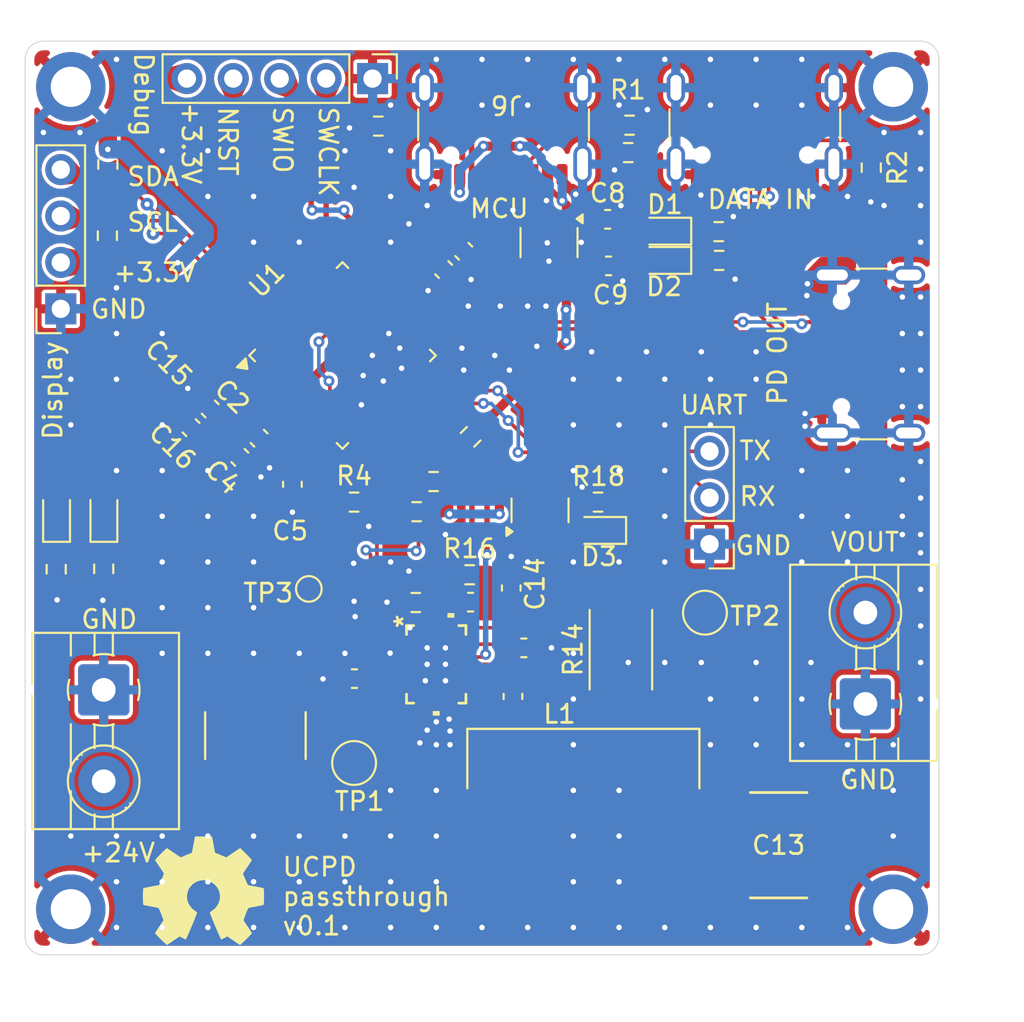
<source format=kicad_pcb>
(kicad_pcb (version 20240108) (generator "pcbnew") (generator_version "8.0")
  (layers (0 "F.Cu" signal) (31 "B.Cu" power) (34 "B.Paste" user) (35 "F.Paste" user) (36 "B.SilkS" user "B.Silkscreen") (37 "F.SilkS" user "F.Silkscreen") (38 "B.Mask" user) (39 "F.Mask" user) (44 "Edge.Cuts" user))
  (net 0 "")
  (net 1 "GND")
  (net 2 "+24V")
  (net 3 "+5V")
  (net 4 "Net-(D1-K)")
  (net 5 "+3.3V")
  (net 6 "Net-(D2-K)")
  (net 7 "Net-(D4-K)")
  (net 8 "/MCU_LED0")
  (net 9 "Net-(D5-K)")
  (net 10 "/MCU_LED1")
  (net 13 "Net-(J2-CC1)")
  (net 15 "Net-(J2-CC2)")
  (net 23 "/Passthrough_USB_DP")
  (net 24 "/MCU/SWD_NRST")
  (net 25 "/PD_supply/PD_VDRIVEH")
  (net 26 "/PD_supply/PD_BOOT")
  (net 27 "/PD_supply/PD_LX")
  (net 28 "/PD_supply/PD_VSNS")
  (net 29 "/PD_supply/PD_VREG")
  (net 30 "/PD_supply/PD_ISNS")
  (net 31 "/MCU/UART_RX")
  (net 32 "/MCU/UART_TX")
  (net 33 "/MCU/Disp_SDA")
  (net 34 "/MCU/DIsp_SCL")
  (net 35 "/MCU/SWD_SWIO")
  (net 36 "/MCU/SWD_SWCLK")
  (net 37 "Net-(J6-CC2)")
  (net 38 "Net-(J6-CC1)")
  (net 42 "/Passthrough_USB_DN")
  (net 43 "/VOUT")
  (net 44 "/PD_PON")
  (net 45 "/MCU/MCU_USB_CC1")
  (net 46 "/MCU/MCU_USB_CC2")
  (net 47 "/MCU_USB_DP")
  (net 48 "/MCU_USB_DN")
  (net 49 "/PD_INT")
  (net 50 "/MCU/PD_SCL")
  (net 51 "/MCU/PD_SDA")
  (net 52 "/MCU/CDC")
  (net 53 "/PD_EN")
  (net 54 "/MCU/VREF")
  (net 56 "Net-(D3-K)")
  (net 58 "Net-(D3-A)")
  (footprint "Package_QFP:LQFP-48_7x7mm_P0.5mm" (layer "F.Cu") (at 102.365678 81.202342 45)
    (property "Reference" "U1")
    (property "Value" "STM32G0B1CETxN" (hide yes))
  )
  (footprint "Connector_USB:USB_C_Receptacle_GCT_USB4105-xx-A_16P_TopMnt_Horizontal" (layer "F.Cu") (at 132.275 81.12 90)
    (property "Reference" "J1" (hide yes))
    (property "Value" "Output")
  )
  (footprint "Resistor_SMD:R_0603_1608Metric" (layer "F.Cu") (at 107.35 88.1)
    (property "Reference" "R5" (hide yes))
    (property "Value" "4K7")
  )
  (footprint "Connector_USB:USB_C_Receptacle_GCT_USB4105-xx-A_16P_TopMnt_Horizontal" (layer "F.Cu") (at 111.18 67.625 180)
    (property "Reference" "J6")
    (property "Value" "USB MCU")
  )
  (footprint "Symbol:OSHW-Symbol_6.7x6mm_SilkScreen" (layer "F.Cu") (at 94.75 110.5)
    (property "Reference" "REF**" (hide yes))
    (property "Value" "OSHW-Symbol_6.7x6mm_SilkScreen" (hide yes))
  )
  (footprint "LED_SMD:LED_0603_1608Metric" (layer "F.Cu") (at 119.962499 76 180)
    (property "Reference" "D2")
    (property "Value" "green")
  )
  (footprint "stpd01:QFN_D01PUR_STM" (layer "F.Cu") (at 107.4948 98.1029)
    (property "Reference" "U3" (hide yes))
    (property "Value" "~")
  )
  (footprint "TerminalBlock:TerminalBlock_MaiXu_MX126-5.0-02P_1x02_P5.00mm" (layer "F.Cu") (at 130.9775 100.27 90)
    (property "Reference" "J8" (hide yes))
    (property "Value" "VOUT")
  )
  (footprint "Capacitor_SMD:C_0603_1608Metric" (layer "F.Cu") (at 103.0179 98.8829)
    (property "Reference" "C7" (hide yes))
    (property "Value" "1uF")
  )
  (footprint "Connector_PinHeader_2.54mm:PinHeader_1x03_P2.54mm_Vertical" (layer "F.Cu") (at 122.45 91.525001 180)
    (property "Reference" "J3" (hide yes))
    (property "Value" "UART")
  )
  (footprint "Resistor_SMD:R_0603_1608Metric" (layer "F.Cu") (at 118.075 68.6 180)
    (property "Reference" "R15" (hide yes))
    (property "Value" "5K1")
  )
  (footprint "Capacitor_SMD:C_0603_1608Metric" (layer "F.Cu") (at 111.6 93.925 90)
    (property "Reference" "C14")
    (property "Value" "10uF")
  )
  (footprint "Resistor_SMD:R_0603_1608Metric" (layer "F.Cu") (at 122.95 74.425)
    (property "Reference" "R9" (hide yes))
    (property "Value" "1K")
  )
  (footprint "Capacitor_SMD:C_0603_1608Metric" (layer "F.Cu") (at 96.75 86.775 -45)
    (property "Reference" "C4")
    (property "Value" "4.7uF")
  )
  (footprint "TestPoint:TestPoint_Pad_D2.0mm" (layer "F.Cu") (at 103 103.5)
    (property "Reference" "TP1")
    (property "Value" "TestPoint")
  )
  (footprint "Capacitor_SMD:C_0603_1608Metric" (layer "F.Cu") (at 116.925 76.3)
    (property "Reference" "C9")
    (property "Value" "1uF")
  )
  (footprint "Resistor_SMD:R_0603_1608Metric" (layer "F.Cu") (at 109.375 85.65 -135)
    (property "Reference" "R3" (hide yes))
    (property "Value" "10k")
  )
  (footprint "Resistor_SMD:R_0603_1608Metric" (layer "F.Cu") (at 131.3 70.925 -90)
    (property "Reference" "R2")
    (property "Value" "5K1")
  )
  (footprint "MountingHole:MountingHole_2.2mm_M2_DIN965_Pad" (layer "F.Cu") (at 87.5 111.5)
    (property "Reference" "H4" (hide yes))
    (property "Value" "MountingHole_Pad" (hide yes))
  )
  (footprint "Connector_PinSocket_2.54mm:PinSocket_1x04_P2.54mm_Vertical" (layer "F.Cu") (at 86.95 78.65 180)
    (property "Reference" "J4" (hide yes))
    (property "Value" "Display")
  )
  (footprint "Capacitor_SMD:C_0603_1608Metric" (layer "F.Cu") (at 97.801992 85.726992 -45)
    (property "Reference" "C2")
    (property "Value" "100nF")
  )
  (footprint "MountingHole:MountingHole_2.2mm_M2_DIN965_Pad" (layer "F.Cu") (at 87.5 66.5)
    (property "Reference" "H1" (hide yes))
    (property "Value" "MountingHole_Pad" (hide yes))
  )
  (footprint "Resistor_SMD:R_2512_6332Metric_Pad1.40x3.35mm_HandSolder" (layer "F.Cu") (at 117.6 97.3 90)
    (property "Reference" "R14")
    (property "Value" "25m")
  )
  (footprint "Resistor_SMD:R_0603_1608Metric" (layer "F.Cu") (at 103 89.225)
    (property "Reference" "R4")
    (property "Value" "10K")
  )
  (footprint "Capacitor_SMD:C_0603_1608Metric" (layer "F.Cu") (at 116.875 73.75)
    (property "Reference" "C8")
    (property "Value" "1uF")
  )
  (footprint "LED_SMD:LED_0603_1608Metric" (layer "F.Cu") (at 89.310001 89.912498 90)
    (property "Reference" "D5" (hide yes))
    (property "Value" "amber")
  )
  (footprint "TestPoint:TestPoint_Pad_D2.0mm" (layer "F.Cu") (at 122.2 95.275)
    (property "Reference" "TP2")
    (property "Value" "TestPoint")
  )
  (footprint "TestPoint:TestPoint_Pad_D1.0mm" (layer "F.Cu") (at 100.525 93.975)
    (property "Reference" "TP3")
    (property "Value" "TestPoint")
  )
  (footprint "MountingHole:MountingHole_2.2mm_M2_DIN965_Pad" (layer "F.Cu") (at 132.5 66.5)
    (property "Reference" "H2" (hide yes))
    (property "Value" "MountingHole_Pad" (hide yes))
  )
  (footprint "Capacitor_SMD:C_0603_1608Metric" (layer "F.Cu") (at 109.375 94.7)
    (property "Reference" "C11" (hide yes))
    (property "Value" "100nF")
  )
  (footprint "KCM55WR7YA476MH01L:CAPC6153X670N" (layer "F.Cu") (at 97.6 102.003 90)
    (property "Reference" "C6" (hide yes))
    (property "Value" "47uF")
  )
  (footprint "LED_SMD:LED_0603_1608Metric" (layer "F.Cu") (at 116.4 90.775 180)
    (property "Reference" "D3")
    (property "Value" "red")
  )
  (footprint "Capacitor_SMD:C_0603_1608Metric" (layer "F.Cu") (at 94.076992 85.151992 135)
    (property "Reference" "C16")
    (property "Value" "4.7uF")
  )
  (footprint "Capacitor_SMD:C_0603_1608Metric" (layer "F.Cu") (at 109 75.5 -45)
    (property "Reference" "C3" (hide yes))
    (property "Value" "4.7uF" (hide yes))
  )
  (footprint "LED_SMD:LED_0603_1608Metric" (layer "F.Cu") (at 119.962499 74.4 180)
    (property "Reference" "D1")
    (property "Value" "green")
  )
  (footprint "Resistor_SMD:R_0603_1608Metric" (layer "F.Cu") (at 104.325 68.65)
    (property "Reference" "R13" (hide yes))
    (property "Value" "5K1")
  )
  (footprint "Capacitor_SMD:C_0603_1608Metric" (layer "F.Cu") (at 111.6949 99.8579 -90)
    (property "Reference" "C10" (hide yes))
    (property "Value" "100nF" (hide yes))
  )
  (footprint "TerminalBlock:TerminalBlock_MaiXu_MX126-5.0-02P_1x02_P5.00mm" (layer "F.Cu") (at 89.3 99.5 -90)
    (property "Reference" "J7" (hide yes))
    (property "Value" "VIN")
  )
  (footprint "Resistor_SMD:R_0603_1608Metric" (layer "F.Cu") (at 116.35 89.225 180)
    (property "Reference" "R18")
    (property "Value" "1K")
  )
  (footprint "Resistor_SMD:R_0603_1608Metric" (layer "F.Cu") (at 109.325 93.2)
    (property "Reference" "R16")
    (property "Value" "10k")
  )
  (footprint "sprh1210:IND_SPRH1210-100M" (layer "F.Cu") (at 115.5449 107.9829)
    (property "Reference" "L1")
    (property "Value" "10uH" (hide yes))
  )
  (footprint "MountingHole:MountingHole_2.2mm_M2_DIN965_Pad" (layer "F.Cu") (at 132.5 111.5)
    (property "Reference" "H3" (hide yes))
    (property "Value" "MountingHole_Pad" (hide yes))
  )
  (footprint "Capacitor_SMD:C_0603_1608Metric" (layer "F.Cu") (at 112.2899 97.2)
    (property "Reference" "C12" (hide yes))
    (property "Value" "1uF")
  )
  (footprint "Resistor_SMD:R_0603_1608Metric" (layer "F.Cu") (at 89.525 70.75 -90)
    (property "Reference" "R8" (hide yes))
    (property "Value" "4K7")
  )
  (footprint "Connector_USB:USB_C_Receptacle_GCT_USB4105-xx-A_16P_TopMnt_Horizontal" (layer "F.Cu") (at 124.93 67.625 180)
    (property "Reference" "J2" (hide yes))
    (property "Value" "USB Data passthrough")
  )
  (footprint "Capacitor_SMD:C_0603_1608Metric" (layer "F.Cu") (at 95.126992 84.126992 135)
    (property "Reference" "C15")
    (property "Value" "100nF")
  )
  (footprint "Resistor_SMD:R_0603_1608Metric" (layer "F.Cu") (at 89.3 92.875 -90)
    (property "Reference" "R12" (hide yes))
    (property "Value" "1K")
  )
  (footprint "Package_TO_SOT_SMD:SOT-23" (layer "F.Cu") (at 113.175 89.675 90)
    (property "Reference" "Q1" (hide yes))
    (property "Value" "2N7002")
  )
  (footprint "Resistor_SMD:R_0603_1608Metric" (layer "F.Cu") (at 86.700001 92.9 -90)
    (property "Reference" "R11" (hide yes))
    (property "Value" "1K")
  )
  (footprint "Resistor_SMD:R_0603_1608Metric" (layer "F.Cu") (at 106.425 89.75)
    (property "Reference" "R6" (hide yes))
    (property "Value" "4K7")
  )
  (footprint "Capacitor_SMD:C_0603_1608Metric" (layer "F.Cu") (at 107.898008 76.498008 -45)
    (property "Reference" "C1" (hide yes))
    (property "Value" "100nF" (hide yes))
  )
  (footprint "Connector_PinHeader_2.54mm:PinHeader_1x05_P2.54mm_Vertical" (layer "F.Cu") (at 104.01 66.05 -90)
    (property "Reference" "J5" (hide yes))
    (property "Value" "SWD")
  )
  (footprint "Resistor_SMD:R_0603_1608Metric" (layer "F.Cu") (at 118 70.1)
    (property "Reference" "R1")
    (property "Value" "5K1")
  )
  (footprint "LED_SMD:LED_0603_1608Metric" (layer "F.Cu") (at 86.72 89.912499 90)
    (property "Reference" "D4" (hide yes))
    (property "Value" "amber")
  )
  (footprint "Resistor_SMD:R_0603_1608Metric" (layer "F.Cu") (at 106.375 94.72 180)
    (property "Reference" "R17" (hide yes))
    (property "Value" "24K")
  )
  (footprint "Capacitor_SMD:C_0603_1608Metric" (layer "F.Cu") (at 99.625 88.25 -90)
    (property "Reference" "C5")
    (property "Value" "100nF")
  )
  (footprint "KRM55WR:CAP_KRM55_MUR" (layer "F.Cu") (at 126.2305 108)
    (property "Reference" "C13")
    (property "Value" "68uF")
  )
  (footprint "Package_TO_SOT_SMD:SOT-23-5" (layer "F.Cu") (at 113.667417 75.023915 -90)
    (property "Reference" "U2" (hide yes))
    (property "Value" "MIC5504-3.3YM5" (hide yes))
  )
  (footprint "Resistor_SMD:R_0603_1608Metric" (layer "F.Cu") (at 122.975 76)
    (property "Reference" "R10" (hide yes))
    (property "Value" "1K")
  )
  (footprint "Resistor_SMD:R_0603_1608Metric" (layer "F.Cu") (at 89.5 74.65 90)
    (property "Reference" "R7" (hide yes))
    (property "Value" "4K7")
  )
  (gr_arc (start 107.4949 99.2829) (mid 107.553479 99.141479) (end 107.6949 99.0829) (stroke (width 0.2)) (layer "F.Cu") (net 1))
  (gr_arc (start 108.0949 99.0829) (mid 108.236321 99.141479) (end 108.2949 99.2829) (stroke (width 0.2)) (layer "F.Cu") (net 1))
  (gr_line (start 107.6949 99.0829) (end 108.0949 99.0829) (stroke (width 0.2)) (layer "F.Cu") (net 1))
  (gr_line (start 135 65) (end 135 113) (stroke (width 0.05)) (layer "Edge.Cuts"))
  (gr_arc (start 86 114) (mid 85.292893 113.707107) (end 85 113) (stroke (width 0.05)) (layer "Edge.Cuts"))
  (gr_arc (start 134 64) (mid 134.707107 64.292893) (end 135 65) (stroke (width 0.05)) (layer "Edge.Cuts"))
  (gr_arc (start 85 65) (mid 85.292893 64.292893) (end 86 64) (stroke (width 0.05)) (layer "Edge.Cuts"))
  (gr_line (start 134 114) (end 86 114) (stroke (width 0.05)) (layer "Edge.Cuts"))
  (gr_line (start 85 113) (end 85 65) (stroke (width 0.05)) (layer "Edge.Cuts"))
  (gr_arc (start 135 113) (mid 134.707107 113.707107) (end 134 114) (stroke (width 0.05)) (layer "Edge.Cuts"))
  (gr_line (start 86 64) (end 134 64) (stroke (width 0.05)) (layer "Edge.Cuts"))
  (gr_text "GND\n" (at 88.5 79.25 0) (layer "F.SilkS") (effects (font (size 1 1)) (justify left bottom)))
  (gr_text "SWCLK" (at 101 67.5 -90) (layer "F.SilkS") (effects (font (size 1 1)) (justify left bottom)))
  (gr_text "PD OUT" (at 126.75 84 90) (layer "F.SilkS") (effects (font (size 1 1)) (justify left bottom)))
  (gr_text "GND" (at 123.78 92.190001 0) (layer "F.SilkS") (effects (font (size 1 1)) (justify left bottom)))
  (gr_text "SWIO\n" (at 98.5 67.5 -90) (layer "F.SilkS") (effects (font (size 1 1)) (justify left bottom)))
  (gr_text "GND\n" (at 129.5 105 0) (layer "F.SilkS") (effects (font (size 1 1)) (justify left bottom)))
  (gr_text "UART\n" (at 120.75 84.5 0) (layer "F.SilkS") (effects (font (size 1 1)) (justify left bottom)))
  (gr_text "NRST" (at 95.5 67.5 -90) (layer "F.SilkS") (effects (font (size 1 1)) (justify left bottom)))
  (gr_text "VOUT" (at 129 92 0) (layer "F.SilkS") (effects (font (size 1 1)) (justify left bottom)))
  (gr_text "Debug" (at 90.9 64.55 -90) (layer "F.SilkS") (effects (font (size 1 1)) (justify left bottom)))
  (gr_text "SDA" (at 90.5 72 0) (layer "F.SilkS") (effects (font (size 1 1)) (justify left bottom)))
  (gr_text "GND" (at 87.98 96.22 0) (layer "F.SilkS") (effects (font (size 1 1)) (justify left bottom)))
  (gr_text "+24V" (at 88 109 0) (layer "F.SilkS") (effects (font (size 1 1)) (justify left bottom)))
  (gr_text "RX" (at 124 89.5 0) (layer "F.SilkS") (effects (font (size 1 1)) (justify left bottom)))
  (gr_text "Display" (at 87.1 85.9 90) (layer "F.SilkS") (effects (font (size 1 1)) (justify left bottom)))
  (gr_text "TX" (at 124 87 0) (layer "F.SilkS") (effects (font (size 1 1)) (justify left bottom)))
  (gr_text "SCL" (at 90.5 74.5 0) (layer "F.SilkS") (effects (font (size 1 1)) (justify left bottom)))
  (gr_text "+3.3V" (at 93.5 67.25 -90) (layer "F.SilkS") (effects (font (size 1 1)) (justify left bottom)))
  (gr_text "+3.3V" (at 89.75 77.25 0) (layer "F.SilkS") (effects (font (size 1 1)) (justify left bottom)))
  (gr_text "UCPD \npassthrough\nv0.1" (at 99 113 0) (layer "F.SilkS") (effects (font (size 1 1)) (justify left bottom)))
  (gr_text "MCU" (at 109.25 73.75 0) (layer "F.SilkS") (effects (font (size 1 1)) (justify left bottom)))
  (gr_text "DATA IN" (at 122.25 73.25 0) (layer "F.SilkS") (effects (font (size 1 1)) (justify left bottom)))
  (segment (start 99.625 89.025) (end 99.625 89.775) (width 0.5) (layer "F.Cu") (net 1))
  (segment (start 108.446016 77.046016) (end 109.4 77.046016) (width 1) (layer "F.Cu") (net 1))
  (segment (start 110.153984 77.046016) (end 110.4 76.8) (width 1) (layer "F.Cu") (net 1))
  (segment (start 113.0649 97.2) (end 113.8 97.2) (width 0.3) (layer "F.Cu") (net 1))
  (segment (start 123.775 73.625) (end 123.75 73.6) (width 0.5) (layer "F.Cu") (net 1))
  (segment (start 105.485787 78.435787) (end 105.980195 77.941379) (width 0.3) (layer "F.Cu") (net 1))
  (segment (start 94.1 84.082968) (end 94.078984 84.103984) (width 0.5) (layer "F.Cu") (net 1))
  (segment (start 131.275 72.8) (end 131.3 72.775) (width 0.2) (layer "F.Cu") (net 1))
  (segment (start 106.100905 77.891379) (end 106.358621 77.891379) (width 0.3) (layer "F.Cu") (net 1))
  (segment (start 106.0144 97.70285) (end 105.18285 97.70285) (width 0.3) (layer "F.Cu") (net 1))
  (segment (start 113.667417 72.865947) (end 113.525735 72.724265) (width 0.5) (layer "F.Cu") (net 1))
  (segment (start 89.3 93.7) (end 89.3 94.55) (width 0.6) (layer "F.Cu") (net 1))
  (segment (start 118.9 68.6) (end 118.9 67.9) (width 0.3) (layer "F.Cu") (net 1))
  (segment (start 128.05 77.675) (end 127.8 77.425) (width 0.5) (layer "F.Cu") (net 1))
  (segment (start 114.38 71.63) (end 115.125 72.375) (width 0.5) (layer "F.Cu") (net 1))
  (segment (start 123.8 76) (end 123.8 76.975) (width 0.5) (layer "F.Cu") (net 1))
  (segment (start 123.775 74.425) (end 123.775 73.625) (width 0.5) (layer "F.Cu") (net 1))
  (segment (start 97.298008 87.323008) (end 98.346016 86.275) (width 1) (layer "F.Cu") (net 1))
  (segment (start 106.9 77.8) (end 107.05 77.65) (width 0.5) (layer "F.Cu") (net 1))
  (segment (start 107 73) (end 107.98 72.02) (width 0.5) (layer "F.Cu") (net 1))
  (segment (start 109.303984 75.703984) (end 110.576776 75.703984) (width 0.8) (layer "F.Cu") (net 1))
  (segment (start 86.700001 94.525001) (end 86.75 94.575) (width 0.6) (layer "F.Cu") (net 1))
  (segment (start 86.700001 93.725) (end 86.700001 94.525001) (width 0.6) (layer "F.Cu") (net 1))
  (segment (start 98.375 87.35) (end 98.375 86.3) (width 0.5) (layer "F.Cu") (net 1))
  (segment (start 95.082968 83.1) (end 95.103984 83.078984) (width 0.5) (layer "F.Cu") (net 1))
  (segment (start 107.98 72.02) (end 107.98 71.305) (width 0.5) (layer "F.Cu") (net 1))
  (segment (start 103.5 68.65) (end 103.5 69.55) (width 0.5) (layer "F.Cu") (net 1))
  (segment (start 103.5 69.55) (end 103.4 69.65) (width 0.5) (layer "F.Cu") (net 1))
  (segment (start 107.653984 77.046016) (end 108.446016 77.046016) (width 0.8) (layer "F.Cu") (net 1))
  (segment (start 98.375 87.35) (end 97.325 87.35) (width 0.5) (layer "F.Cu") (net 1))
  (segment (start 95.103984 83.078984) (end 94.078984 84.103984) (width 1) (layer "F.Cu") (net 1))
  (segment (start 107.05 77.65) (end 107.653984 77.046016) (width 0.5) (layer "F.Cu") (net 1))
  (segment (start 117.7 77.125) (end 117.7 76.3) (width 0.5) (layer "F.Cu") (net 1))
  (segment (start 89.3 94.55) (end 89.25 94.6) (width 0.6) (layer "F.Cu") (net 1))
  (segment (start 115.475 88.4) (end 115.475 89.175) (width 0.5) (layer "F.Cu") (net 1))
  (segment (start 118.9 67.9) (end 119.05 67.75) (width 0.3) (layer "F.Cu") (net 1))
  (segment (start 106.45 77.8) (end 106.9 77.8) (width 0.5) (layer "F.Cu") (net 1))
  (segment (start 95.128984 83.078984) (end 95.103984 83.078984) (width 0.3) (layer "F.Cu") (net 1))
  (segment (start 113.667417 73.1) (end 113.667417 73.886415) (width 0.3) (layer "F.Cu") (net 1))
  (segment (start 117.55 70.1) (end 117.55 71.05) (width 0.3) (layer "F.Cu") (net 1))
  (segment (start 106.6947 97.3028) (end 106.6947 96.1229) (width 0.2) (layer "F.Cu") (net 1))
  (segment (start 113.667417 73.1) (end 113.667417 72.865947) (width 0.5) (layer "F.Cu") (net 1))
  (segment (start 106.6947 95.8647) (end 105.55 94.72) (width 0.3) (layer "F.Cu") (net 1))
  (segment (start 106.0144 97.70285) (end 107.09475 97.70285) (width 0.2) (layer "F.Cu") (net 1))
  (segment (start 106.0144 97.70285) (end 105.37785 97.70285) (width 0.2) (layer "F.Cu") (net 1))
  (segment (start 105.18285 97.70285) (end 104.97 97.49) (width 0.3) (layer "F.Cu") (net 1))
  (segment (start 131.3 72.775) (end 131.3 71.75) (width 0.2) (layer "F.Cu") (net 1))
  (segment (start 106.358621 77.891379) (end 106.45 77.8) (width 0.3) (layer "F.Cu") (net 1))
  (segment (start 117.6 73) (end 117.6 73.7) (width 0.5) (layer "F.Cu") (net 1))
  (segment (start 105.980195 77.941379) (end 106.050905 77.941379) (width 0.3) (layer "F.Cu") (net 1))
  (segment (start 106.050905 77.941379) (end 106.100905 77.891379) (width 0.3) (layer "F.Cu") (net 1))
  (segment (start 127.8 77.425) (end 127.8 77.975) (width 0.5) (layer "F.Cu") (net 1))
  (segment (start 123.8 76.975) (end 123.85 77.025) (width 0.5) (layer "F.Cu") (net 1))
  (segment (start 99.599123 84.322451) (end 98.35 85.571574) (width 0.3) (layer "F.Cu") (net 1))
  (segment (start 106.6947 96.1229) (end 106.6947 95.8647) (width 0.2) (layer "F.Cu") (net 1))
  (segment (start 98.35 85.571574) (end 98.35 86.275) (width 0.3) (layer "F.Cu") (net 1))
  (segment (start 117.75 73) (end 117.6 73) (width 0.2) (layer "F.Cu") (net 1))
  (segment (start 109.4 77.046016) (end 110.153984 77.046016) (width 1) (layer "F.Cu") (net 1))
  (segment (start 127.8 77.975) (end 127.775 78) (width 0.5) (layer "F.Cu") (net 1))
  (segment (start 128.295 77.92) (end 128.05 77.675) (width 0.5) (layer "F.Cu") (net 1))
  (segment (start 117.7 77.1) (end 117.7 77.125) (width 0.2) (layer "F.Cu") (net 1))
  (via (at 115 110) (size 0.7) (drill 0.3) (layers "F.Cu" "B.Cu") (net 1))
  (via (at 97.5 97.5) (size 0.6) (drill 0.3) (layers "F.Cu" "B.Cu") (net 1))
  (via (at 100 107.5) (size 0.7) (drill 0.3) (layers "F.Cu" "B.Cu") (net 1))
  (via (at 127.5 100) (size 0.7) (drill 0.3) (layers "F.Cu" "B.Cu") (net 1))
  (via (at 95 87.5) (size 0.7) (drill 0.3) (layers "F.Cu" "B.Cu") (net 1))
  (via (at 134 87) (size 0.7) (drill 0.3) (layers "F.Cu" "B.Cu") (net 1))
  (via (at 92.5 92.5) (size 0.7) (drill 0.3) (layers "F.Cu" "B.Cu") (net 1))
  (via (at 110.7 81.2) (size 0.7) (drill 0.3) (layers "F.Cu" "B.Cu") (net 1))
  (via (at 127.5 65) (size 0.7) (drill 0.3) (layers "F.Cu" "B.Cu") (net 1))
  (via (at 108 91) (size 0.7) (drill 0.3) (layers "F.Cu" "B.Cu") (net 1))
  (via (at 108.25 102.5) (size 0.6) (drill 0.3) (layers "F.Cu" "B.Cu") (net 1))
  (via (at 111.5 82) (size 0.7) (drill 0.3) (layers "F.Cu" "B.Cu") (net 1))
  (via (at 90 77.5) (size 0.7) (drill 0.3) (layers "F.Cu" "B.Cu") (net 1))
  (via (at 104 81.2) (size 0.7) (drill 0.3) (layers "F.Cu" "B.Cu") (net 1))
  (via (at 112.5 112.5) (size 0.7) (drill 0.3) (layers "F.Cu" "B.Cu") (net 1))
  (via (at 92.5 87.5) (size 0.7) (drill 0.3) (layers "F.Cu" "B.Cu") (net 1))
  (via (at 113.5 78.5) (size 0.7) (drill 0.3) (layers "F.Cu" "B.Cu") (net 1))
  (via (at 130 92.5) (size 0.7) (drill 0.3) (layers "F.Cu" "B.Cu") (net 1))
  (via (at 122.5 85) (size 0.7) (drill 0.3) (layers "F.Cu" "B.Cu") (net 1))
  (via (at 92.5 80) (size 0.7) (drill 0.3) (layers "F.Cu" "B.Cu") (net 1))
  (via (at 113.66 76.04) (size 0.6) (drill 0.3) (layers "F.Cu" "B.Cu") (net 1))
  (via (at 117.5 110) (size 0.7) (drill 0.3) (layers "F.Cu" "B.Cu") (net 1))
  (via (at 130 72.5) (size 0.7) (drill 0.3) (layers "F.Cu" "B.Cu") (net 1))
  (via (at 103 94.65) (size 0.6) (drill 0.3) (layers "F.Cu" "B.Cu") (net 1))
  (via (at 117.5 105) (size 0.7) (drill 0.3) (layers "F.Cu" "B.Cu") (net 1))
  (via (at 109.4 77.046016) (size 0.6) (drill 0.3) (layers "F.Cu" "B.Cu") (net 1))
  (via (at 113.57 75.04) (size 0.6) (drill 0.3) (layers "F.Cu" "B.Cu") (net 1))
  (via (at 117.5 85) (size 0.7) (drill 0.3) (layers "F.Cu" "B.Cu") (net 1))
  (via (at 112.5 78.5) (size 0.7) (drill 0.3) (layers "F.Cu" "B.Cu") (net 1))
  (via (at 102.5 110) (size 0.7) (drill 0.3) (layers "F.Cu" "B.Cu") (net 1))
  (via (at 115 87.5) (size 0.7) (drill 0.3) (layers "F.Cu" "B.Cu") (net 1))
  (via (at 117.5 82.5) (size 0.7) (drill 0.3) (layers "F.Cu" "B.Cu") (net 1))
  (via (at 107.5 101.25) (size 0.6) (drill 0.3) (layers "F.Cu" "B.Cu") (net 1))
  (via (at 115.125 72.375) (size 0.6) (drill 0.3) (layers "F.Cu" "B.Cu") (net 1))
  (via (at 116 81) (size 0.7) (drill 0.3) (layers "F.Cu" "B.Cu") (net 1))
  (via (at 97.5 92.5) (size 0.7) (drill 0.3) (layers "F.Cu" "B.Cu") (net 1))
  (via (at 117.5 87.5) (size 0.7) (drill 0.3) (layers "F.Cu" "B.Cu") (net 1))
  (via (at 111 78.5) (size 0.7) (drill 0.3) (layers "F.Cu" "B.Cu") (net 1))
  (via (at 107 101.7) (size 0.6) (drill 0.3) (layers "F.Cu" "B.Cu") (net 1))
  (via (at 104.9 80) (size 0.7) (drill 0.3) (layers "F.Cu" "B.Cu") (net 1))
  (via (at 120 90) (size 0.7) (drill 0.3) (layers "F.Cu" "B.Cu") (net 1))
  (via (at 134 84) (size 0.7) (drill 0.3) (layers "F.Cu" "B.Cu") (net 1))
  (via (at 95 112.5) (size 0.7) (drill 0.3) (layers "F.Cu" "B.Cu") (net 1))
  (via (at 104.8 94.7) (size 0.6) (drill 0.3) (layers "F.Cu" "B.Cu") (net 1))
  (via (at 134 91) (size 0.7) (drill 0.3) (layers "F.Cu" "B.Cu") (net 1))
  (via (at 115 97.5) (size 0.7) (drill 0.3) (layers "F.Cu" "B.Cu") (net 1))
  (via (at 102.5 97.5) (size 0.6) (drill 0.3) (layers "F.Cu" "B.Cu") (net 1))
  (via (at 117.5 67.5) (size 0.7) (drill 0.3) (layers "F.Cu" "B.Cu") (net 1))
  (via (at 125 82.5) (size 0.7) (drill 0.3) (layers "F.Cu" "B.Cu") (net 1))
  (via (at 102.75 68.75) (size 0.6) (drill 0.3) (layers "F.Cu" "B.Cu") (net 1))
  (via (at 111.6 92.2) (size 0.6) (drill 0.3) (layers "F.Cu" "B.Cu") (net 1))
  (via (at 107.05 77.65) (size 0.6) (drill 0.3) (layers "F.Cu" "B.Cu") (net 1))
  (via (at 111.69 73.25) (size 0.6) (drill 0.3) (layers "F.Cu" "B.Cu") (net 1))
  (via (at 125 100) (size 0.7) (drill 0.3) (layers "F.Cu" "B.Cu") (net 1))
  (via (at 130 102.5) (size 0.7) (drill 0.3) (layers "F.Cu" "B.Cu") (net 1))
  (via (at 107.5 110) (size 0.7) (drill 0.3) (layers "F.Cu" "B.Cu") (net 1))
  (via (at 108.25 101.75) (size 0.6) (drill 0.3) (layers "F.Cu" "B.Cu") (net 1))
  (via (at 107.5 102.5) (size 0.6) (drill 0.3) (layers "F.Cu" "B.Cu") (net 1))
  (via (at 132 73) (size 0.7) (drill 0.3) (layers "F.Cu" "B.Cu") (net 1))
  (via (at 133 88) (size 0.7) (drill 0.3) (layers "F.Cu" "B.Cu") (net 1))
  (via (at 93.9 83) (size 0.6) (drill 0.3) (layers "F.Cu" "B.Cu") (net 1))
  (via (at 127.5 92.5) (size 0.7) (drill 0.3) (layers "F.Cu" "B.Cu") (net 1))
  (via (at 90 110) (size 0.7) (drill 0.3) (layers "F.Cu" "B.Cu") (net 1))
  (via (at 108 99) (size 0.6) (drill 0.3) (layers "F.Cu" "B.Cu") (net 1))
  (via (at 120 92.5) (size 0.7) (drill 0.3) (layers "F.Cu" "B.Cu") (net 1))
  (via (at 104.6 82.6) (size 0.7) (drill 0.3) (layers "F.Cu" "B.Cu") (net 1))
  (via (at 105 70) (size 0.7) (drill 0.3) (layers "F.Cu" "B.Cu") (net 1))
  (via (at 100 97.5) (size 0.6) (drill 0.3) (layers "F.Cu" "B.Cu") (net 1))
  (via (at 120 87.5) (size 0.7) (drill 0.3) (layers "F.Cu" "B.Cu") (net 1))
  (via (at 108.9 80.8) (size 0.7) (drill 0.3) (layers "F.Cu" "B.Cu") (net 1))
  (via (at 103.8 90.55) (size 0.6) (drill 0.3) (layers "F.Cu" "B.Cu") (net 1))
  (via (at 105 92.5) (size 0.7) (drill 0.3) (layers "F.Cu" "B.Cu") (net 1))
  (via (at 92.5 110) (size 0.7) (drill 0.3) (layers "F.Cu" "B.Cu") (net 1))
  (via (at 113.8 97.2) (size 0.7) (drill 0.3) (layers "F.Cu" "B.Cu") (net 1))
  (via (at 133 91) (size 0.7) (drill 0.3) (layers "F.Cu" "B.Cu") (net 1))
  (via (at 107.5 65) (size 0.7) (drill 0.3) (layers "F.Cu" "B.Cu") (net 1))
  (via (at 133 90) (size 0.7) (drill 0.3) (layers "F.Cu" "B.Cu") (net 1))
  (via (at 133 84) (size 0.7) (drill 0.3) (layers "F.Cu" "B.Cu") (net 1))
  (via (at 105 75) (size 0.7) (drill 0.3) (layers "F.Cu" "B.Cu") (net 1))
  (via (at 128 98) (size 0.7) (drill 0.3) (layers "F.Cu" "B.Cu") (net 1))
  (via (at 106.6 102.4) (size 0.6) (drill 0.3) (layers "F.Cu" "B.Cu") (net 1))
  (via (at 122 81) (size 0.7) (drill 0.3) (layers "F.Cu" "B.Cu") (net 1))
  (via (at 134 82) (size 0.7) (drill 0.3) (layers "F.Cu" "B.Cu") (net 1))
  (via (at 119 81) (size 0.7) (drill 0.3) (layers "F.Cu" "B.Cu") (net 1))
  (via (at 127.675 84.375) (size 0.6) (drill 0.3) (layers "F.Cu" "B.Cu") (net 1))
  (via (at 92.5 85) (size 0.7) (drill 0.3) (layers "F.Cu" "B.Cu") (net 1))
  (via (at 103.5 82.3) (size 0.7) (drill 0.3) (layers "F.Cu" "B.Cu") (net 1))
  (via (at 98.375 87.35) (size 0.6) (drill 0.3) (layers "F.Cu" "B.Cu") (net 1))
  (via (at 106 93) (size 0.7) (drill 0.3) (layers "F.Cu" "B.Cu") (net 1))
  (via (at 134 96) (size 0.7) (drill 0.3) (layers "F.Cu" "B.Cu") (net 1))
  (via (at 97.5 72.5) (size 0.7) (drill 0.3) (layers "F.Cu" "B.Cu") (net 1))
  (via (at 100 110) (size 0.7) (drill 0.3) (layers "F.Cu" "B.Cu") (net 1))
  (via (at 88 69) (size 0.7) (drill 0.3) (layers "F.Cu" "B.Cu") (net 1))
  (via (at 115.475 88.4) (size 0.6) (drill 0.3) (layers "F.Cu" "B.Cu") (net 1))
  (via (at 87.5 82.5) (size 0.7) (drill 0.3) (layers "F.Cu" "B.Cu") (net 1))
  (via (at 107.5 107.5) (size 0.7) (drill 0.3) (layers "F.Cu" "B.Cu") (net 1))
  (via (at 117.6 73) (size 0.6) (drill 0.3) (layers "F.Cu" "B.Cu") (net 1))
  (via (at 90 80) (size 0.7) (drill 0.3) (layers "F.Cu" "B.Cu") (net 1))
  (via (at 117.5 65) (size 0.7) (drill 0.3) (layers "F.Cu" "B.Cu") (net 1))
  (via (at 105 107.5) (size 0.7) (drill 0.3) (layers "F.Cu" "B.Cu") (net 1))
  (via (at 120 98) (size 0.7) (drill 0.3) (layers "F.Cu" "B.Cu") (net 1))
  (via (at 108 98.1) (size 0.6) (drill 0.3) (layers "F.Cu" "B.Cu") (net 1))
  (via (at 90 87.5) (size 0.7) (drill 0.3) (layers "F.Cu" "B.Cu") (net 1))
  (via (at 134 69) (size 0.7) (drill 0.3) (layers "F.Cu" "B.Cu") (net 1))
  (via (at 92.5 97.5) (size 0.7) (drill 0.3) (layers "F.Cu" "B.Cu") (net 1))
  (via (at 97.5 75) (size 0.7) (drill 0.3) (layers "F.Cu" "B.Cu") (net 1))
  (via (at 102.975 92.575) (size 0.6) (drill 0.3) (layers "F.Cu" "B.Cu") (net 1))
  (via (at 103.06 95.49) (size 0.6) (drill 0.3) (layers "F.Cu" "B.Cu") (net 1))
  (via (at 125 98) (size 0.7) (drill 0.3) (layers "F.Cu" "B.Cu") (net 1))
  (via (at 115 102.5) (size 0.7) (drill 0.3) (layers "F.Cu" "B.Cu") (net 1))
  (via (at 92.5 70) (size 0.7) (drill 0.3) (layers "F.Cu" "B.Cu") (net 1))
  (via (at 127.5 102.5) (size 0.7) (drill 0.3) (layers "F.Cu" "B.Cu") (net 1))
  (via (at 117.25 71.05) (size 0.6) (drill 0.3) (layers "F.Cu" "B.Cu") (net 1))
  (via (at 127.5 90) (size 0.7) (drill 0.3) (layers "F.Cu" "B.Cu") (net 1))
  (via (at 105 67.5) (size 0.7) (drill 0.3) (layers "F.Cu" "B.Cu") (net 1))
  (via (at 104.97 97.49) (size 0.6) (drill 0.3) (layers "F.Cu" "B.Cu") (net 1))
  (via (at 87.5 107.5) (size 0.7) (drill 0.3) (layers "F.Cu" "B.Cu") (net 1))
  (via (at 105 72.5) (size 0.7) (drill 0.3) (layers "F.Cu" "B.Cu") (net 1))
  (via (at 86.75 94.575) (size 0.7) (drill 0.3) (layers "F.Cu" "B.Cu") (net 1))
  (via (at 95 95) (size 0.7) (drill 0.3) (layers "F.Cu" "B.Cu") (net 1))
  (via (at 132.5 102.5) (size 0.7) (drill 0.3) (layers "F.Cu" "B.Cu") (net 1))
  (via (at 128.1 72.5) (size 0.6) (drill 0.3) (layers "F.Cu" "B.Cu") (net 1))
  (via (at 112.5 65) (size 0.7) (drill 0.3) (layers "F.Cu" "B.Cu") (net 1))
  (via (at 106.05 96.1) (size 0.6) (drill 0.3) (layers "F.Cu" "B.Cu") (net 1))
  (via (at 115 85) (size 0.7) (drill 0.3) (layers "F.Cu" "B.Cu") (net 1))
  (via (at 122.5 67.5) (size 0.7) (drill 0.3) (layers "F.Cu" "B.Cu") (net 1))
  (via (at 95 107.5) (size 0.7) (drill 0.3) (layers "F.Cu" "B.Cu") (net 1))
  (via (at 122 98) (size 0.7) (drill 0.3) (layers "F.Cu" "B.Cu") (net 1))
  (via (at 122.5 65) (size 0.7) (drill 0.3) (layers "F.Cu" "B.Cu") (net 1))
  (via (at 95 110) (size 0.7) (drill 0.3) (layers "F.Cu" "B.Cu") (net 1))
  (via (at 127.5 72.5) (size 0.7) (drill 0.3) (layers "F.Cu" "B.Cu") (net 1))
  (via (at 92.5 90) (size 0.7) (drill 0.3) (layers "F.Cu" "B.Cu") (net 1))
  (via (at 134 78) (size 0.7) (drill 0.3) (layers "F.Cu" "B.Cu") (net 1))
  (via (at 115 107.5) (size 0.7) (drill 0.3) (layers "F.Cu" "B.Cu") (net 1))
  (via (at 127.80746 77.275808) (size 0.7) (drill 0.3) (layers "F.Cu" "B.Cu") (net 1))
  (via (at 95 92.5) (size 0.7) (drill 0.3) (layers "F.Cu" "B.Cu") (net 1))
  (via (at 103.4 83.9) (size 0.7) (drill 0.3) (layers "F.Cu" "B.Cu") (net 1))
  (via (at 113 80.7) (size 0.7) (drill 0.3) (layers "F.Cu" "B.Cu") (net 1))
  (via (at 125 81) (size 0.7) (drill 0.3) (layers "F.Cu" "B.Cu") (net 1))
  (via (at 103 72) (size 0.7) (drill 0.3) (layers "F.Cu" "B.Cu") (net 1))
  (via (at 130 87.5) (size 0.7) (drill 0.3) (layers "F.Cu" "B.Cu") (net 1))
  (via (at 134 92) (size 0.7) (drill 0.3) (layers "F.Cu" "B.Cu") (net 1))
  (via (at 107.5 105) (size 0.7) (drill 0.3) (layers "F.Cu" "B.Cu") (net 1))
  (via (at 97.5 107.5) (size 0.7) (drill 0.3) (layers "F.Cu" "B.Cu") (net 1))
  (via (at 113.525735 72.724265) (size 0.6) (drill 0.3) (layers "F.Cu" "B.Cu") (net 1))
  (via (at 109.25 78.5) (size 0.7) (drill 0.3) (layers "F.Cu" "B.Cu") (net 1))
  (via (at 90 65) (size 0.7) (drill 0.3) (layers "F.Cu" "B.Cu") (net 1))
  (via (at 86 69) (size 0.7) (drill 0.3) (layers "F.Cu" "B.Cu") (net 1))
  (via (at 97.5 110) (size 0.7) (drill 0.3) (layers "F.Cu" "B.Cu") (net 1))
  (via (at 134 89) (size 0.7) (drill 0.3) (layers "F.Cu" "B.Cu") (net 1))
  (via (at 127.5 67.5) (size 0.7) (drill 0.3) (layers "F.Cu" "B.Cu") (net 1))
  (via (at 133 80) (size 0.7) (drill 0.3) (layers "F.Cu" "B.Cu") (net 1))
  (via (at 108.2 101.1) (size 0.6) (drill 0.3) (layers "F.Cu" "B.Cu") (net 1))
  (via (at 110 65) (size 0.7) (drill 0.3) (layers "F.Cu" "B.Cu") (net 1))
  (via (at 99.625 89.775) (size 0.6) (drill 0.3) (layers "F.Cu" "B.Cu") (net 1))
  (via (at 125 102.5) (size 0.7) (drill 0.3) (layers "F.Cu" "B.Cu") (net 1))
  (via (at 122.5 102.5) (size 0.7) (drill 0.3) (layers "F.Cu" "B.Cu") (net 1))
  (via (at 92.5 107.5) (size 0.7) (drill 0.3) (layers "F.Cu" "B.Cu") (net 1))
  (via (at 95 72.5) (size 0.7) (drill 0.3) (layers "F.Cu" "B.Cu") (net 1))
  (via (at 120 65) (size 0.7) (drill 0.3) (layers "F.Cu" "B.Cu") (net 1))
  (via (at 131.275 72.8) (size 0.6) (drill 0.3) (layers "F.Cu" "B.Cu") (net 1))
  (via (at 117.7 77.125) (size 0.6) (drill 0.3) (layers "F.Cu" "B.Cu") (net 1))
  (via (at 102.5 107.5) (size 0.7) (drill 0.3) (layers "F.Cu" "B.Cu") (net 1))
  (via (at 130 112.5) (size 0.7) (drill 0.3) (layers "F.Cu" "B.Cu") (net 1))
  (via (at 95 97.5) (size 0.7) (drill 0.3) (layers "F.Cu" "B.Cu") (net 1))
  (via (at 115 112.5) (size 0.7) (drill 0.3) (layers "F.Cu" "B.Cu") (net 1))
  (via (at 132.5 107.5) (size 0.7) (drill 0.3) (layers "F.Cu" "B.Cu") (net 1))
  (via (at 134 73) (size 0.7) (drill 0.3) (layers "F.Cu" "B.Cu") (net 1))
  (via (at 107 98.1) (size 0.6) (drill 0.3) (layers "F.Cu" "B.Cu") (net 1))
  (via (at 120 85) (size 0.7) (drill 0.3) (layers "F.Cu" "B.Cu") (net 1))
  (via (at 90 112.5) (size 0.7) (drill 0.3) (layers "F.Cu" "B.Cu") (net 1))
  (via (at 101.3 98.9) (size 0.6) (drill 0.3) (layers "F.Cu" "B.Cu") (net 1))
  (via (at 102.5 70) (size 0.7) (drill 0.3) (layers "F.Cu" "B.Cu") (net 1))
  (via (at 97.9 87.85) (size 0.6) (drill 0.3) (layers "F.Cu" "B.Cu") (net 1))
  (via (at 120 112.5) (size 0.7) (drill 0.3) (layers "F.Cu" "B.Cu") (net 1))
  (via (at 130 104) (size 0.7) (drill 0.3) (layers "F.Cu" "B.Cu") (net 1))
  (via (at 97.5 95) (size 0.6) (drill 0.3) (layers "F.Cu" "B.Cu") (net 1))
  (via (at 127.775 77.925) (size 0.6) (drill 0.3) (layers "F.Cu" "B.Cu") (net 1))
  (via (at 134 75) (size 0.7) (drill 0.3) (layers "F.Cu" "B.Cu") (net 1))
  (via (at 125 67.5) (size 0.7) (drill 0.3) (layers "F.Cu" "B.Cu") (net 1))
  (via (at 115 65) (size 0.7) (drill 0.3) (layers "F.Cu" "B.Cu") (net 1))
  (via (at 115 100) (size 0.7) (drill 0.3) (layers "F.Cu" "B.Cu") (net 1))
  (via (at 109 82) (size 0.7) (drill 0.3) (layers "F.Cu" "B.Cu") (net 1))
  (via (at 108 97.2) (size 0.6) (drill 0.3) (layers "F.Cu" "B.Cu") (net 1))
  (via (at 130 90) (size 0.7) (drill 0.3) (layers "F.Cu" "B.Cu") (net 1))
  (via (at 106 74) (size 0.7) (drill 0.3) (layers "F.Cu" "B.Cu") (net 1))
  (via (at 132.5 105) (size 0.7) (drill 0.3) (layers "F.Cu" "B.Cu") (net 1))
  (via (at 115 82.5) (size 0.7) (drill 0.3) (layers "F.Cu" "B.Cu") (net 1))
  (via (at 133 78) (size 0.7) (drill 0.3) (layers "F.Cu" "B.Cu") (net 1))
  (via (at 134 94) (size 0.7) (drill 0.3) (layers "F.Cu" "B.Cu") (net 1))
  (via (at 118 98) (size 0.7) (drill 0.3) (layers "F.Cu" "B.Cu") (net 1))
  (via (at 100 112.5) (size 0.7) (drill 0.3) (layers "F.Cu" "B.Cu") (net 1))
  (via (at 134 71) (size 0.7) (drill 0.3) (layers "F.Cu" "B.Cu") (net 1))
  (via (at 90 82.5) (size 0.7) (drill 0.3) (layers "F.Cu" "B.Cu") (net 1))
  (via (at 127.5 87.5) (size 0.7) (drill 0.3) (layers "F.Cu" "B.Cu") (net 1))
  (via (at 107 73) (size 0.7) (drill 0.3) (layers "F.Cu" "B.Cu") (net 1))
  (via (at 87.5 85) (size 0.7) (drill 0.3) (layers "F.Cu" "B.Cu") (net 1))
  (via (at 121.975 72.425) (size 0.6) (drill 0.3) (layers "F.Cu" "B.Cu") (net 1))
  (via (at 123.85 77.025) (size 0.6) (drill 0.3) (layers "F.Cu" "B.Cu") (net 1))
  (via (at 133 82) (size 0.7) (drill 0.3) (layers "F.Cu" "B.Cu") (net 1))
  (via (at 90 107.5) (size 0.7) (drill 0.3) (layers "F.Cu" "B.Cu") (net 1))
  (via (at 117.5 92.5) (size 0.7) (drill 0.3) (layers "F.Cu" "B.Cu") (net 1))
  (via (at 106.9 99) (size 0.6) (drill 0.3) (layers "F.Cu" "B.Cu") (net 1))
  (via (at 107.5 112.5) (size 0.7) (drill 0.3) (layers "F.Cu" "B.Cu") (net 1))
  (via (at 112.5 67.5) (size 0.7) (drill 0.3) (layers "F.Cu" "B.Cu") (net 1))
  (via (at 95 90) (size 0.7) (drill 0.3) (layers "F.Cu" "B.Cu") (net 1))
  (via (at 105.6 81.9) (size 0.7) (drill 0.3) (layers "F.Cu" "B.Cu") (net 1))
  (via (at 112.5 92.5) (size 0.7) (drill 0.3) (layers "F.Cu" "B.Cu") (net 1))
  (via (at 120 82.5) (size 0.7) (drill 0.3) (layers "F.Cu" "B.Cu") (net 1))
  (via (at 122.5 100) (size 0.7) (drill 0.3) (layers "F.Cu" "B.Cu") (net 1))
  (via (at 105 110) (size 0.7) (drill 0.3) (layers "F.Cu" "B.Cu") (net 1))
  (via (at 97.5 112.5) (size 0.7) (drill 0.3) (layers "F.Cu" "B.Cu") (net 1))
  (via (at 122.5 112.5) (size 0.7) (drill 0.3) (layers "F.Cu" "B.Cu") (net 1))
  (via (at 110 67.5) (size 0.7) (drill 0.3) (layers "F.Cu" "B.Cu") (net 1))
  (via (at 115 92.5) (size 0.7) (drill 0.3) (layers "F.Cu" "B.Cu") (net 1))
  (via (at 119.05 67.75) (size 0.6) (drill 0.3) (layers "F.Cu" "B.Cu") (net 1))
  (via (at 125 112.5) (size 0.7) (drill 0.3) (layers "F.Cu" "B.Cu") (net 1))
  (via (at 92.5 112.5) (size 0.7) (drill 0.3) (layers "F.Cu" "B.Cu") (net 1))
  (via (at 92.5 95) (size 0.7) (drill 0.3) (layers "F.Cu" "B.Cu") (net 1))
  (via (at 102.5 112.5) (size 0.7) (drill 0.3) (layers "F.Cu" "B.Cu") (net 1))
  (via (at 117.5 112.5) (size 0.7) (drill 0.3) (layers "F.Cu" "B.Cu") (net 1))
  (via (at 107 97.2) (size 0.6) (drill 0.3) (layers "F.Cu" "B.Cu") (net 1))
  (via (at 105 112.5) (size 0.7) (drill 0.3) (layers "F.Cu" "B.Cu") (net 1))
  (via (at 134 100) (size 0.7) (drill 0.3) (layers "F.Cu" "B.Cu") (net 1))
  (via (at 115.43 75.01) (size 0.6) (drill 0.3) (layers "F.Cu" "B.Cu") (net 1))
  (via (at 105.5 80.8) (size 0.7) (drill 0.3) (layers "F.Cu" "B.Cu") (net 1))
  (via (at 127.675 85.075) (size 0.6) (drill 0.3) (layers "F.Cu" "B.Cu") (net 1))
  (via (at 117.5 107.5) (size 0.7) (drill 0.3) (layers "F.Cu" "B.Cu") (net 1))
  (via (at 89.25 94.6) (size 0.7) (drill 0.3) (layers "F.Cu" "B.Cu") (net 1))
  (via (at 100 75) (size 0.7) (drill 0.3) (layers "F.Cu" "B.Cu") (net 1))
  (via (at 123.75 73.6) (size 0.6) (drill 0.3) (layers "F.Cu" "B.Cu") (net 1))
  (via (at 115 105) (size 0.7) (drill 0.3) (layers "F.Cu" "B.Cu") (net 1))
  (via (at 134 80) (size 0.7) (drill 0.3) (layers "F.Cu" "B.Cu") (net 1))
  (via (at 110 112.5) (size 0.7) (drill 0.3) (layers "F.Cu" "B.Cu") (net 1))
  (via (at 125 65) (size 0.7) (drill 0.3) (layers "F.Cu" "B.Cu") (net 1))
  (via (at 127.5 112.5) (size 0.7) (drill 0.3) (layers "F.Cu" "B.Cu") (net 1))
  (via (at 132 69) (size 0.7) (drill 0.3) (layers "F.Cu" "B.Cu") (net 1))
  (via (at 134 98) (size 0.7) (drill 0.3) (layers "F.Cu" "B.Cu") (net 1))
  (via (at 97.5 90) (size 0.6) (drill 0.3) (layers "F.Cu" "B.Cu") (net 1))
  (via (at 95 70) (size 0.7) (drill 0.3) (layers "F.Cu" "B.Cu") (net 1))
  (via (at 122.5 82.5) (size 0.7) (drill 0.3) (layers "F.Cu" "B.Cu") (net 1))
  (via (at 105 105) (size 0.7) (drill 0.3) (layers "F.Cu" "B.Cu") (net 1))
  (segment (start 97.8 88.4) (end 97.95 88.25) (width 0.2) (layer "B.Cu") (net 1))
  (segment (start 112.717418 72.684053) (end 112.717418 73.886415) (width 0.2) (layer "F.Cu") (net 3))
  (segment (start 116.1 73.75) (end 116.1 74.125) (width 0.3) (layer "F.Cu") (net 3))
  (segment (start 113.58 71.93) (end 113.58 71.305) (width 0.3) (layer "F.Cu") (net 3))
  (segment (start 113.58 71.93) (end 113.471471 71.93) (width 0.2) (layer "F.Cu") (net 3))
  (segment (start 116.5 74.525) (end 119.049998 74.525) (width 0.3) (layer "F.Cu") (net 3))
  (segment (start 114.617416 72.967416) (end 114.617416 73.886415) (width 0.5) (layer "F.Cu") (net 3))
  (segment (start 114.3875 72.7375) (end 114.617416 72.967416) (width 0.3) (layer "F.Cu") (net 3))
  (segment (start 113.58 71.93) (end 114.3875 72.7375) (width 0.3) (layer "F.Cu") (net 3))
  (segment (start 108.78 71.305) (end 108.78 72.27) (width 0.5) (layer "F.Cu") (net 3))
  (segment (start 113.471471 71.93) (end 112.717418 72.684053) (width 0.2) (layer "F.Cu") (net 3))
  (segment (start 116.1 74.125) (end 116.5 74.525) (width 0.3) (layer "F.Cu") (net 3))
  (segment (start 114.617416 73.886415) (end 115.963585 73.886415) (width 0.5) (layer "F.Cu") (net 3))
  (segment (start 110.075 69.75) (end 112.075 69.75) (width 0.5) (layer "F.Cu") (net 3))
  (segment (start 108.78 72.27) (end 108.775 72.275) (width 0.5) (layer "F.Cu") (net 3))
  (via (at 112.075 69.75) (size 0.6) (drill 0.3) (layers "F.Cu" "B.Cu") (net 3))
  (via (at 114.3875 72.7375) (size 0.6) (drill 0.3) (layers "F.Cu" "B.Cu") (net 3))
  (via (at 110.075 69.75) (size 0.6) (drill 0.3) (layers "F.Cu" "B.Cu") (net 3))
  (via (at 108.775 72.275) (size 0.6) (drill 0.3) (layers "F.Cu" "B.Cu") (net 3))
  (segment (start 113.245 70.571726) (end 113.728274 71.055) (width 0.5) (layer "B.Cu") (net 3))
  (segment (start 108.775 72.275) (end 108.775 71.05) (width 0.5) (layer "B.Cu") (net 3))
  (segment (start 114.3875 71.5375) (end 114.3875 72.7375) (width 0.5) (layer "B.Cu") (net 3))
  (segment (start 113.245 70.395) (end 113.245 70.571726) (width 0.5) (layer "B.Cu") (net 3))
  (segment (start 113.905 71.055) (end 114.3875 71.5375) (width 0.5) (layer "B.Cu") (net 3))
  (segment (start 112.6 69.75) (end 113.245 70.395) (width 0.5) (layer "B.Cu") (net 3))
  (segment (start 108.775 71.05) (end 110.075 69.75) (width 0.5) (layer "B.Cu") (net 3))
  (segment (start 112.075 69.75) (end 112.6 69.75) (width 0.5) (layer "B.Cu") (net 3))
  (segment (start 113.728274 71.055) (end 113.905 71.055) (width 0.5) (layer "B.Cu") (net 3))
  (segment (start 120.75 74.4) (end 122.1 74.4) (width 0.6) (layer "F.Cu") (net 4))
  (segment (start 114.617416 78.682584) (end 114.6 78.7) (width 0.5) (layer "F.Cu") (net 5))
  (segment (start 106.06 77.154466) (end 105.132233 78.082233) (width 0.3) (layer "F.Cu") (net 5))
  (segment (start 108.451992 74.951992) (end 108.787868 74.616116) (width 0.8) (layer "F.Cu") (net 5))
  (segment (start 107.35 75.95) (end 107.596016 75.703984) (width 1) (layer "F.Cu") (net 5))
  (segment (start 105.132233 78.082233) (end 104.294733 78.919733) (width 0.3) (layer "F.Cu") (net 5))
  (segment (start 112.975 87.525) (end 113.175 87.725) (width 0.5) (layer "F.Cu") (net 5))
  (segment (start 108.175 88.1) (end 108.175 89.825) (width 0.5) (layer "F.Cu") (net 5))
  (segment (start 108.348008 74.951992) (end 107.35 75.95) (width 0.8) (layer "F.Cu") (net 5))
  (segment (start 88.865 76.11) (end 89.5 75.475) (width 1) (layer "F.Cu") (net 5))
  (segment (start 102.325 88.375) (end 102.225 88.475) (width 0.3) (layer "F.Cu") (net 5))
  (segment (start 108.175 88.825) (end 108.175 88.1) (width 0.2) (layer "F.Cu") (net 5))
  (segment (start 111.526776 77.026776) (end 111.88 77.38) (width 0.8) (layer "F.Cu") (net 5))
  (segment (start 91.25 75.475) (end 89.5 75.475) (width 1) (layer "F.Cu") (net 5))
  (segment (start 108 89) (end 108.175 88.825) (width 0.2) (layer "F.Cu") (net 5))
  (segment (start 92.625 76.85) (end 92.725 76.85) (width 0.8) (layer "F.Cu") (net 5))
  (segment (start 98.425 84.775) (end 97.657968 84.775) (width 0.3) (layer "F.Cu") (net 5))
  (segment (start 100.732233 82.482233) (end 99.969733 83.244733) (width 0.5) (layer "F.Cu") (net 5))
  (segment (start 114.25 80.75) (end 114.25 80.775) (width 0.5) (layer "F.Cu") (net 5))
  (segment (start 116.55 75.4) (end 118.574998 75.4) (width 0.3) (layer "F.Cu") (net 5))
  (segment (start 92.625 76.85) (end 91.25 75.475) (width 1) (layer "F.Cu") (net 5))
  (segment (start 109.958363 85.066637) (end 110.95 86.058274) (width 0.5) (layer "F.Cu") (net 5))
  (segment (start 116.15 76.3) (end 116.15 75.8) (width 0.3) (layer "F.Cu") (net 5))
  (segment (start 107.25 89.75) (end 108.1 89.75) (width 0.5) (layer "F.Cu") (net 5))
  (segment (start 110.95 87.525) (end 110.95 89.875) (width 0.5) (layer "F.Cu") (net 5))
  (segment (start 89.525 69.925) (end 89.525 68.725) (width 1) (layer "F.Cu") (net 5))
  (segment (start 89.525 68.725) (end 92.2 66.05) (width 1) (layer "F.Cu") (net 5))
  (segment (start 97.657968 84.775) (end 97.253984 85.178984) (width 0.3) (layer "F.Cu") (net 5))
  (segment (start 97.25 85.178984) (end 96.201992 86.226992) (width 0.5) (layer "F.Cu") (net 5))
  (segment (start 108.787868 74.616116) (end 110.866116 74.616116) (width 0.8) (layer "F.Cu") (net 5))
  (segment (start 110.95 87.525) (end 112.975 87.525) (width 0.5) (layer "F.Cu") (net 5))
  (segment (start 106.06 77.14) (end 107.25 75.95) (width 0.6) (layer "F.Cu") (net 5))
  (segment (start 108.175 89.825) (end 108.225 89.875) (width 0.5) (layer "F.Cu") (net 5))
  (segment (start 114.617416 76.161415) (end 114.617416 78.682584) (width 0.5) (layer "F.Cu") (net 5))
  (segment (start 101.669733 81.544733) (end 102.364851 82.239851) (width 0.5) (layer "F.Cu") (net 5))
  (segment (start 108.451992 74.951992) (end 108.348008 74.951992) (width 0.8) (layer "F.Cu") (net 5))
  (segment (start 101.669733 81.544733) (end 100.732233 82.482233) (width 0.5) (layer "F.Cu") (net 5))
  (segment (start 108.1 89.75) (end 108.225 89.875) (width 0.5) (layer "F.Cu") (net 5))
  (segment (start 114.617416 76.161415) (end 116.011415 76.161415) (width 0.5) (layer "F.Cu") (net 5))
  (segment (start 111.526776 75.276776) (end 111.526776 77.026776) (width 0.8) (layer "F.Cu") (net 5))
  (segment (start 114.6 80.4) (end 114.25 80.75) (width 0.5) (layer "F.Cu") (net 5))
  (segment (start 118.574998 75.4) (end 119.174998 76) (width 0.3) (layer "F.Cu") (net 5))
  (segment (start 97.575 81.2) (end 97.576515 81.201515) (width 0.5) (layer "F.Cu") (net 5))
  (segment (start 114.25 80.775) (end 109.958363 85.066637) (width 0.5) (layer "F.Cu") (net 5))
  (segment (start 102.364851 82.239851) (end 102.364851 89.035149) (width 0.5) (layer "F.Cu") (net 5))
  (segment (start 92.625 76.85) (end 93.35 76.125) (width 1) (layer "F.Cu") (net 5))
  (segment (start 102.225 88.475) (end 102.225 89.175) (width 0.3) (layer "F.Cu") (net 5))
  (segment (start 98.538463 83.261791) (end 99.318021 82.482233) (width 0.3) (layer "F.Cu") (net 5))
  (segment (start 99.451515 81.201515) (end 100.732233 82.482233) (width 0.5) (layer "F.Cu") (net 5))
  (segment (start 110.95 86.058274) (end 110.95 87.525) (width 0.5) (layer "F.Cu") (net 5))
  (segment (start 113.175 87.725) (end 113.175 88.737499) (width 0.5) (layer "F.Cu") (net 5))
  (segment (start 108 89) (end 107.25 89.75) (width 0.5) (layer "F.Cu") (net 5))
  (segment (start 92.2 66.05) (end 93.85 66.05) (width 1) (layer "F.Cu") (net 5))
  (segment (start 104.294733 78.919733) (end 101.669733 81.544733) (width 0.5) (layer "F.Cu") (net 5))
  (segment (start 102.364851 89.035149) (end 102.175 89.225) (width 0.5) (layer "F.Cu") (net 5))
  (segment (start 110.866116 74.616116) (end 111.526776 75.276776) (width 0.8) (layer "F.Cu") (net 5))
  (segment (start 99.318021 82.482233) (end 100.732233 82.482233) (width 0.5) (layer "F.Cu") (net 5))
  (segment (start 114.617416 77.38) (end 114.617416 76.161415) (width 0.8) (layer "F.Cu") (net 5))
  (segment (start 86.95 76.11) (end 88.865 76.11) (width 1) (layer "F.Cu") (net 5))
  (segment (start 99.231103 83.968897) (end 98.425 84.775) (width 0.3) (layer "F.Cu") (net 5))
  (segment (start 97.076515 81.201515) (end 97.576515 81.201515) (width 0.6) (layer "F.Cu") (net 5))
  (segment (start 92.725 76.85) (end 97.076515 81.201515) (width 0.8) (layer "F.Cu") (net 5))
  (segment (start 99.969733 83.244733) (end 99.245569 83.968897) (width 0.3) (layer "F.Cu") (net 5))
  (segment (start 97.576515 81.201515) (end 99.451515 81.201515) (width 0.5) (layer "F.Cu") (net 5))
  (segment (start 111.88 77.38) (end 114.617416 77.38) (width 0.8) (layer "F.Cu") (net 5))
  (segment (start 116.15 75.8) (end 116.55 75.4) (width 0.3) (layer "F.Cu") (net 5))
  (segment (start 106.06 77.14) (end 106.06 77.154466) (width 0.3) (layer "F.Cu") (net 5))
  (via (at 114.6 78.7) (size 0.6) (drill 0.3) (layers "F.Cu" "B.Cu") (net 5))
  (via (at 93.35 76.125) (size 0.6) (drill 0.3) (layers "F.Cu" "B.Cu") (net 5))
  (via (at 89.525 69.925) (size 0.6) (drill 0.3) (layers "F.Cu" "B.Cu") (net 5))
  (via (at 110.95 89.875) (size 0.6) (drill 0.3) (layers "F.Cu" "B.Cu") (net 5))
  (via (at 108.225 89.875) (size 0.6) (drill 0.3) (layers "F.Cu" "B.Cu") (net 5))
  (via (at 114.6 80.4) (size 0.6) (drill 0.3) (layers "F.Cu" "B.Cu") (net 5))
  (segment (start 90.4 69.925) (end 89.525 69.925) (width 1) (layer "B.Cu") (net 5))
  (segment (start 93.35 76.125) (end 94.825 74.65) (width 1) (layer "B.Cu") (net 5))
  (segment (start 94.825 74.65) (end 94.825 74.35) (width 1) (layer "B.Cu") (net 5))
  (segment (start 94.825 74.35) (end 90.4 69.925) (width 1) (layer "B.Cu") (net 5))
  (segment (start 114.6 80.4) (end 114.6 78.7) (width 0.5) (layer "B.Cu") (net 5))
  (segment (start 110.95 89.875) (end 108.225 89.875) (width 0.5) (layer "B.Cu") (net 5))
  (segment (start 120.75 76) (end 122.15 76) (width 0.6) (layer "F.Cu") (net 6))
  (segment (start 86.72 90.7) (end 86.72 92.055001) (width 0.6) (layer "F.Cu") (net 7))
  (segment (start 93.745 81.35) (end 86.72 88.375) (width 0.3) (layer "F.Cu") (net 8))
  (segment (start 96 81.35) (end 93.745 81.35) (width 0.3) (layer "F.Cu") (net 8))
  (segment (start 86.72 88.375) (end 86.72 89.124998) (width 0.3) (layer "F.Cu") (net 8))
  (segment (start 97.477802 82.20113) (end 96.85113 82.20113) (width 0.3) (layer "F.Cu") (net 8))
  (segment (start 96.85113 82.20113) (end 96 81.35) (width 0.3) (layer "F.Cu") (net 8))
  (segment (start 89.310001 90.699999) (end 89.310001 92.039999) (width 0.6) (layer "F.Cu") (net 9))
  (segment (start 89.310001 86.664999) (end 89.310001 89.124997) (width 0.3) (layer "F.Cu") (net 10))
  (segment (start 97.11104 83.275) (end 96.9 83.275) (width 0.3) (layer "F.Cu") (net 10))
  (segment (start 96.9 83.275) (end 95.425 81.8) (width 0.3) (layer "F.Cu") (net 10))
  (segment (start 95.425 81.8) (end 94.175 81.8) (width 0.3) (layer "F.Cu") (net 10))
  (segment (start 94.175 81.8) (end 89.310001 86.664999) (width 0.3) (layer "F.Cu") (net 10))
  (segment (start 97.831356 82.554684) (end 97.11104 83.275) (width 0.3) (layer "F.Cu") (net 10))
  (segment (start 130.63 69.43) (end 127.07 69.43) (width 0.2) (layer "F.Cu") (net 13))
  (segment (start 131.3 70.1) (end 130.63 69.43) (width 0.2) (layer "F.Cu") (net 13))
  (segment (start 127.07 69.43) (end 126.18 70.32) (width 0.2) (layer "F.Cu") (net 13))
  (segment (start 126.18 70.32) (end 126.18 71.205) (width 0.2) (layer "F.Cu") (net 13))
  (segment (start 123.18 70.155) (end 123.18 71.305) (width 0.2) (layer "F.Cu") (net 15))
  (segment (start 119.2 70.1) (end 120.175 69.125) (width 0.2) (layer "F.Cu") (net 15))
  (segment (start 122.15 69.125) (end 123.18 70.155) (width 0.2) (layer "F.Cu") (net 15))
  (segment (start 120.175 69.125) (end 122.15 69.125) (width 0.2) (layer "F.Cu") (net 15))
  (segment (start 124.18 71.305) (end 124.18 70.62) (width 0.2) (layer "F.Cu") (net 23))
  (segment (start 124.18 70.62) (end 124.32 70.48) (width 0.2) (layer "F.Cu") (net 23))
  (segment (start 129.42 81.225) (end 129.275 81.37) (width 0.2) (layer "F.Cu") (net 23))
  (segment (start 125.18 70.58) (end 125.18 71.305) (width 0.2) (layer "F.Cu") (net 23))
  (segment (start 127.27 80.37) (end 128.595 80.37) (width 0.2) (layer "F.Cu") (net 23))
  (segment (start 129.169999 80.37) (end 129.42 80.620001) (width 0.2) (layer "F.Cu") (net 23))
  (segment (start 124.32 70.48) (end 125.08 70.48) (width 0.2) (layer "F.Cu") (net 23))
  (segment (start 129.42 80.620001) (end 129.42 81.225) (width 0.2) (layer "F.Cu") (net 23))
  (segment (start 128.595 80.37) (end 129.169999 80.37) (width 0.2) (layer "F.Cu") (net 23))
  (segment (start 125.18 71.305) (end 125.18 78.28) (width 0.2) (layer "F.Cu") (net 23))
  (segment (start 125.18 78.28) (end 127.27 80.37) (width 0.2) (layer "F.Cu") (net 23))
  (segment (start 129.275 81.37) (end 128.595 81.37) (width 0.2) (layer "F.Cu") (net 23))
  (segment (start 125.08 70.48) (end 125.18 70.58) (width 0.2) (layer "F.Cu") (net 23))
  (segment (start 101.075 80.45) (end 102.214851 79.310149) (width 0.2) (layer "F.Cu") (net 24))
  (segment (start 101.675 82.65) (end 101.625 82.6) (width 0.2) (layer "F.Cu") (net 24))
  (segment (start 100.659783 85.383111) (end 99.625 86.417894) (width 0.3) (layer "F.Cu") (net 24))
  (segment (start 96.39 70.015) (end 96.39 66.05) (width 0.2) (layer "F.Cu") (net 24))
  (segment (start 101.675 84.35) (end 101.675 82.65) (width 0.2) (layer "F.Cu") (net 24))
  (segment (start 102.214851 79.310149) (end 102.214851 75.839851) (width 0.2) (layer "F.Cu") (net 24))
  (segment (start 99.573008 86.469886) (end 99.573008 86.701992) (width 0.2) (layer "F.Cu") (net 24))
  (segment (start 102.214851 75.839851) (end 96.39 70.015) (width 0.2) (layer "F.Cu") (net 24))
  (segment (start 100.659783 85.365217) (end 101.675 84.35) (width 0.2) (layer "F.Cu") (net 24))
  (segment (start 100.659783 85.383111) (end 99.573008 86.469886) (width 0.2) (layer "F.Cu") (net 24))
  (segment (start 99.625 86.417894) (end 99.625 87.475) (width 0.3) (layer "F.Cu") (net 24))
  (via (at 101.625 82.6) (size 0.6) (drill 0.3) (layers "F.Cu" "B.Cu") (net 24))
  (via (at 101.075 80.45) (size 0.6) (drill 0.3) (layers "F.Cu" "B.Cu") (net 24))
  (segment (start 101.075 82.05) (end 101.075 80.45) (width 0.2) (layer "B.Cu") (net 24))
  (segment (start 101.625 82.6) (end 101.075 82.05) (width 0.2) (layer "B.Cu") (net 24))
  (segment (start 106.0144 98.903) (end 103.815 98.903) (width 0.2) (layer "F.Cu") (net 25))
  (segment (start 111.5029 98.1029) (end 111.6 98.2) (width 0.2) (layer "F.Cu") (net 26))
  (segment (start 111.6949 98.4949) (end 111.6949 99.0829) (width 0.2) (layer "F.Cu") (net 26))
  (segment (start 108.9752 98.1029) (end 111.5029 98.1029) (width 0.2) (layer "F.Cu") (net 26))
  (segment (start 111.6 98.2) (end 111.6 98.4) (width 0.2) (layer "F.Cu") (net 26))
  (segment (start 111.6 98.4) (end 111.6949 98.4949) (width 0.2) (layer "F.Cu") (net 26))
  (segment (start 107.89485 95.40515) (end 108.6 94.7) (width 0.2) (layer "F.Cu") (net 28))
  (segment (start 107.89485 96.1229) (end 107.89485 95.40515) (width 0.2) (layer "F.Cu") (net 28))
  (segment (start 109.52515 97.3028) (end 109.82795 97) (width 0.2) (layer "F.Cu") (net 29))
  (segment (start 108.9752 97.3028) (end 109.52515 97.3028) (width 0.2) (layer "F.Cu") (net 29))
  (segment (start 109.82795 97) (end 111.3149 97) (width 0.2) (layer "F.Cu") (net 29))
  (segment (start 120.4949 103.2449) (end 120.4949 107.9829) (width 3) (layer "F.Cu") (net 30))
  (segment (start 114.5 96.1) (end 117.6 99.2) (width 0.2) (layer "F.Cu") (net 30))
  (segment (start 122.9271 107.9829) (end 122.9271 108) (width 3) (layer "F.Cu") (net 30))
  (segment (start 117.6 100.35) (end 120.4949 103.2449) (width 3) (layer "F.Cu") (net 30))
  (segment (start 108.9752 96.90275) (end 109.77795 96.1) (width 0.2) (layer "F.Cu") (net 30))
  (segment (start 109.77795 96.1) (end 114.5 96.1) (width 0.2) (layer "F.Cu") (net 30))
  (segment (start 120.4949 107.9829) (end 122.9271 107.9829) (width 3) (layer "F.Cu") (net 30))
  (segment (start 117.6 99.2) (end 117.6 100.35) (width 0.2) (layer "F.Cu") (net 30))
  (segment (start 109.974236 83.127054) (end 109.972182 83.125) (width 0.2) (layer "F.Cu") (net 31))
  (segment (start 110.857088 83.127054) (end 109.974236 83.127054) (width 0.2) (layer "F.Cu") (net 31))
  (segment (start 120.420002 86.795002) (end 122.45 88.825) (width 0.2) (layer "F.Cu") (net 31))
  (segment (start 107.470316 83.125) (end 106.9 82.554684) (width 0.2) (layer "F.Cu") (net 31))
  (segment (start 111.975 86.5) (end 112.680026 86.5) (width 0.2) (layer "F.Cu") (net 31))
  (segment (start 112.975028 86.795002) (end 120.420002 86.795002) (width 0.2) (layer "F.Cu") (net 31))
  (segment (start 109.972182 83.125) (end 107.470316 83.125) (width 0.2) (layer "F.Cu") (net 31))
  (segment (start 112.680026 86.5) (end 112.975028 86.795002) (width 0.2) (layer "F.Cu") (net 31))
  (via (at 110.857088 83.127054) (size 0.6) (drill 0.3) (layers "F.Cu" "B.Cu") (net 31))
  (via (at 111.975 86.5) (size 0.6) (drill 0.3) (layers "F.Cu" "B.Cu") (net 31))
  (segment (start 111.9875 84.257466) (end 111.9875 86.4875) (width 0.2) (layer "B.Cu") (net 31))
  (segment (start 110.857088 83.127054) (end 111.9875 84.257466) (width 0.2) (layer "B.Cu") (net 31))
  (segment (start 111.9875 86.4875) (end 111.975 86.5) (width 0.2) (layer "B.Cu") (net 31))
  (segment (start 110.075 83.825) (end 107.475 83.825) (width 0.2) (layer "F.Cu") (net 32))
  (segment (start 111.4375 84.7625) (end 113.120002 86.445002) (width 0.2) (layer "F.Cu") (net 32))
  (segment (start 107.475 83.825) (end 106.558237 82.908237) (width 0.2) (layer "F.Cu") (net 32))
  (segment (start 113.120002 86.445002) (end 122.45 86.445002) (width 0.2) (layer "F.Cu") (net 32))
  (via (at 111.4375 84.7625) (size 0.6) (drill 0.3) (layers "F.Cu" "B.Cu") (net 32))
  (via (at 110.075 83.825) (size 0.6) (drill 0.3) (layers "F.Cu" "B.Cu") (net 32))
  (segment (start 110.5 83.825) (end 110.075 83.825) (width 0.2) (layer "B.Cu") (net 32))
  (segment (start 111.4375 84.7625) (end 110.5 83.825) (width 0.2) (layer "B.Cu") (net 32))
  (segment (start 91.675 72.925) (end 90.325 71.575) (width 0.2) (layer "F.Cu") (net 33))
  (segment (start 92 74.52648) (end 93.07352 74.52648) (width 0.2) (layer "F.Cu") (net 33))
  (segment (start 98.043487 79.496447) (end 98.184909 79.496447) (width 0.2) (layer "F.Cu") (net 33))
  (segment (start 90.325 71.575) (end 89.525 71.575) (width 0.2) (layer "F.Cu") (net 33))
  (segment (start 87.495 71.575) (end 86.95 71.03) (width 0.2) (layer "F.Cu") (net 33))
  (segment (start 93.07352 74.52648) (end 98.043487 79.496447) (width 0.2) (layer "F.Cu") (net 33))
  (segment (start 89.525 71.575) (end 87.495 71.575) (width 0.3) (layer "F.Cu") (net 33))
  (via (at 91.675 72.925) (size 0.7) (drill 0.3) (layers "F.Cu" "B.Cu") (net 33))
  (via (at 92 74.52648) (size 0.7) (drill 0.3) (layers "F.Cu" "B.Cu") (net 33))
  (segment (start 92 74.52648) (end 92 73.275) (width 0.2) (layer "B.Cu") (net 33))
  (segment (start 91.675 72.95) (end 91.675 72.925) (width 0.2) (layer "B.Cu") (net 33))
  (segment (start 92 73.275) (end 91.675 72.95) (width 0.2) (layer "B.Cu") (net 33))
  (segment (start 89.5 73.825) (end 87.204999 73.825) (width 0.3) (layer "F.Cu") (net 34))
  (segment (start 98.467751 79.142893) (end 93.149858 73.825) (width 0.2) (layer "F.Cu") (net 34))
  (segment (start 93.149858 73.825) (end 89.5 73.825) (width 0.2) (layer "F.Cu") (net 34))
  (segment (start 102.45 73.25) (end 102.45 73.4) (width 0.3) (layer "F.Cu") (net 35))
  (segment (start 104.7 75.68604) (end 103.71802 76.66802) (width 0.3) (layer "F.Cu") (net 35))
  (segment (start 100.65 67.769999) (end 98.930001 66.05) (width 0.3) (layer "F.Cu") (net 35))
  (segment (start 100.7 73.25) (end 100.65 73.2) (width 0.3) (layer "F.Cu") (net 35))
  (segment (start 100.65 73.2) (end 100.65 67.769999) (width 0.3) (layer "F.Cu") (net 35))
  (segment (start 102.45 73.4) (end 104.7 75.65) (width 0.3) (layer "F.Cu") (net 35))
  (segment (start 104.7 75.65) (end 104.7 75.68604) (width 0.3) (layer "F.Cu") (net 35))
  (via (at 102.45 73.25) (size 0.6) (drill 0.3) (layers "F.Cu" "B.Cu") (net 35))
  (via (at 100.7 73.25) (size 0.6) (drill 0.3) (layers "F.Cu" "B.Cu") (net 35))
  (segment (start 100.7 73.25) (end 102.45 73.25) (width 0.3) (layer "B.Cu") (net 35))
  (segment (start 103.364466 76.314466) (end 102.35 75.3) (width 0.3) (layer "F.Cu") (net 36))
  (segment (start 101.47 74.47) (end 101.47 66.05) (width 0.3) (layer "F.Cu") (net 36))
  (segment (start 102.35 75.3) (end 102.3 75.3) (width 0.3) (layer "F.Cu") (net 36))
  (segment (start 102.3 75.3) (end 101.47 74.47) (width 0.3) (layer "F.Cu") (net 36))
  (segment (start 109.45 69.3) (end 109.43 69.32) (width 0.3) (layer "F.Cu") (net 37))
  (segment (start 105.15 68.65) (end 108.8 68.65) (width 0.3) (layer "F.Cu") (net 37))
  (segment (start 109.43 69.32) (end 109.43 71.305) (width 0.3) (layer "F.Cu") (net 37))
  (segment (start 108.8 68.65) (end 109.45 69.3) (width 0.3) (layer "F.Cu") (net 37))
  (segment (start 112.43 70.730001) (end 114.560001 68.6) (width 0.2) (layer "F.Cu") (net 38))
  (segment (start 114.560001 68.6) (end 117.25 68.6) (width 0.2) (layer "F.Cu") (net 38))
  (segment (start 112.43 71.305) (end 112.43 70.730001) (width 0.2) (layer "F.Cu") (net 38))
  (segment (start 124.68 71.305) (end 124.68 78.4732) (width 0.2) (layer "F.Cu") (net 42))
  (segment (start 127.0818 80.875) (end 127.45 80.875) (width 0.2) (layer "F.Cu") (net 42))
  (segment (start 127.45 80.875) (end 128.158103 80.875) (width 0.2) (layer "F.Cu") (net 42))
  (segment (start 127.45 81.299999) (end 127.45 80.875) (width 0.2) (layer "F.Cu") (net 42))
  (segment (start 128.020001 81.87) (end 127.45 81.299999) (width 0.2) (layer "F.Cu") (net 42))
  (segment (start 128.595 81.87) (end 128.020001 81.87) (width 0.2) (layer "F.Cu") (net 42))
  (segment (start 124.68 78.4732) (end 127.0818 80.875) (width 0.2) (layer "F.Cu") (net 42))
  (segment (start 125.68 72.45) (end 125.73 72.5) (width 0.2) (layer "F.Cu") (net 42))
  (segment (start 125.68 71.305) (end 125.68 72.45) (width 0.2) (layer "F.Cu") (net 42))
  (via (at 125.73 72.5) (size 0.6) (drill 0.3) (layers "F.Cu" "B.Cu") (net 42))
  (via (at 124.4 72.5) (size 0.6) (drill 0.3) (layers "F.Cu" "B.Cu") (net 42))
  (segment (start 125.73 72.5) (end 124.4 72.5) (width 0.2) (layer "B.Cu") (net 42))
  (segment (start 131.425 75.1) (end 131.425 94.8225) (width 1.5) (layer "F.Cu") (net 43))
  (segment (start 128.020001 78.72) (end 128.595 78.72) (width 0.5) (layer "F.Cu") (net 43))
  (segment (start 125.9 84.925) (end 125.9 83.975) (width 0.5) (layer "F.Cu") (net 43))
  (segment (start 126.7 78.325) (end 127.095 78.72) (width 0.6) (layer "F.Cu") (net 43))
  (segment (start 125.9 84.925) (end 126.06434 84.925) (width 0.6) (layer "F.Cu") (net 43))
  (segment (start 126.725 95.025) (end 127.025 95.325) (width 1) (layer "F.Cu") (net 43))
  (segment (start 128.125 74.85) (end 131.175 74.85) (width 1.5) (layer "F.Cu") (net 43))
  (segment (start 126.5 76.475) (end 128.125 74.85) (width 1.5) (layer "F.Cu") (net 43))
  (segment (start 108.2949 96.1229) (end 108.7271 96.1229) (width 0.2) (layer "F.Cu") (net 43))
  (segment (start 127.095 78.72) (end 128.020001 78.72) (width 0.6) (layer "F.Cu") (net 43))
  (segment (start 126.5 77.775) (end 126.5 76.475) (width 1.5) (layer "F.Cu") (net 43))
  (segment (start 125.9 94.2) (end 126.725 95.025) (width 2) (layer "F.Cu") (net 43))
  (segment (start 108.7271 96.1229) (end 110.15 94.7) (width 0.2) (layer "F.Cu") (net 43))
  (segment (start 127.46934 83.52) (end 128.595 83.52) (width 0.6) (layer "F.Cu") (net 43))
  (segment (start 125.9 84.925) (end 125.9 94.2) (width 2) (layer "F.Cu") (net 43))
  (segment (start 112.225 90.6125) (end 110.3125 90.6125) (width 0.2) (layer "F.Cu") (net 44))
  (segment (start 110.275 92.1) (end 110.275 90.65) (width 0.3) (layer "F.Cu") (net 44))
  (segment (start 110.3125 90.6125) (end 110.275 90.65) (width 0.2) (layer "F.Cu") (net 44))
  (segment (start 110.275 88.051004) (end 105.83934 83.615344) (width 0.3) (layer "F.Cu") (net 44))
  (segment (start 110.275 90.65) (end 110.275 88.051004) (width 0.3) (layer "F.Cu") (net 44))
  (segment (start 108.9752 97.70285) (end 110.05005 97.70285) (width 0.2) (layer "F.Cu") (net 44))
  (segment (start 110.05005 97.70285) (end 110.2 97.5529) (width 0.2) (layer "F.Cu") (net 44))
  (via (at 110.275 92.1) (size 0.6) (drill 0.3) (layers "F.Cu" "B.Cu") (net 44))
  (via (at 110.2 97.5529) (size 0.6) (drill 0.3) (layers "F.Cu" "B.Cu") (net 44))
  (segment (start 110.2 97.5529) (end 110.2 92.175) (width 0.3) (layer "B.Cu") (net 44))
  (segment (start 110.2 92.175) (end 110.275 92.1) (width 0.3) (layer "B.Cu") (net 44))
  (segment (start 108.948552 79.37) (end 124.275 79.37) (width 0.2) (layer "F.Cu") (net 45))
  (segment (start 106.835786 78.5) (end 108.078552 78.5) (width 0.2) (layer "F.Cu") (net 45))
  (segment (start 127.6 79.37) (end 128.595 79.37) (width 0.2) (layer "F.Cu") (net 45))
  (segment (start 127.5 79.47) (end 127.6 79.37) (width 0.2) (layer "F.Cu") (net 45))
  (segment (start 108.078552 78.5) (end 108.948552 79.37) (width 0.2) (layer "F.Cu") (net 45))
  (segment (start 106.192893 79.142893) (end 106.835786 78.5) (width 0.2) (layer "F.Cu") (net 45))
  (via (at 127.5 79.47) (size 0.6) (drill 0.3) (layers "F.Cu" "B.Cu") (net 45))
  (via (at 124.275 79.37) (size 0.6) (drill 0.3) (layers "F.Cu" "B.Cu") (net 45))
  (segment (start 127.4 79.37) (end 124.275 79.37) (width 0.2) (layer "B.Cu") (net 45))
  (segment (start 127.5 79.47) (end 127.4 79.37) (width 0.2) (layer "B.Cu") (net 45))
  (segment (start 107.040855 79.002039) (end 107.448575 79.002039) (width 0.2) (layer "F.Cu") (net 46))
  (segment (start 107.448575 79.002039) (end 108.196536 79.75) (width 0.2) (layer "F.Cu") (net 46))
  (segment (start 108.196536 79.75) (end 123.877182 79.75) (width 0.2) (layer "F.Cu") (net 46))
  (segment (start 125.12 79.92) (end 127.57 82.37) (width 0.2) (layer "F.Cu") (net 46))
  (segment (start 127.57 82.37) (end 128.595 82.37) (width 0.2) (layer "F.Cu") (net 46))
  (segment (start 123.877182 79.75) (end 124.047182 79.92) (width 0.2) (layer "F.Cu") (net 46))
  (segment (start 106.546447 79.496447) (end 107.040855 79.002039) (width 0.2) (layer "F.Cu") (net 46))
  (segment (start 124.047182 79.92) (end 125.12 79.92) (width 0.2) (layer "F.Cu") (net 46))
  (segment (start 109.772501 72.875) (end 108.2535 72.875) (width 0.2) (layer "F.Cu") (net 47))
  (segment (start 104.705807 76.387339) (end 104.071573 77.021573) (width 0.2) (layer "F.Cu") (net 47))
  (segment (start 104.741163 76.387339) (end 104.705807 76.387339) (width 0.2) (layer "F.Cu") (net 47))
  (segment (start 111.31 70.48) (end 111.43 70.6) (width 0.2) (layer "F.Cu") (net 47))
  (segment (start 110.43 71.305) (end 110.43 72.217501) (width 0.2) (layer "F.Cu") (net 47))
  (segment (start 110.43 71.305) (end 110.43 70.730001) (width 0.2) (layer "F.Cu") (net 47))
  (segment (start 110.43 72.217501) (end 109.772501 72.875) (width 0.2) (layer "F.Cu") (net 47))
  (segment (start 110.680001 70.48) (end 111.31 70.48) (width 0.2) (layer "F.Cu") (net 47))
  (segment (start 111.43 70.6) (end 111.43 71.305) (width 0.2) (layer "F.Cu") (net 47))
  (segment (start 108.2535 72.875) (end 105.08925 76.03925) (width 0.2) (layer "F.Cu") (net 47))
  (segment (start 105.08925 76.03925) (end 105.08925 76.039252) (width 0.2) (layer "F.Cu") (net 47))
  (segment (start 105.08925 76.039252) (end 104.741163 76.387339) (width 0.2) (layer "F.Cu") (net 47))
  (segment (start 110.43 70.730001) (end 110.680001 70.48) (width 0.2) (layer "F.Cu") (net 47))
  (segment (start 105.059361 76.740893) (end 104.425127 77.375127) (width 0.2) (layer "F.Cu") (net 48))
  (segment (start 110.93 71.305) (end 110.93 72.3882) (width 0.2) (layer "F.Cu") (net 48))
  (segment (start 109.9932 73.325) (end 108.4399 73.325) (width 0.2) (layer "F.Cu") (net 48))
  (segment (start 108.4399 73.325) (end 105.40745 76.35745) (width 0.2) (layer "F.Cu") (net 48))
  (segment (start 105.40745 76.35745) (end 105.407448 76.35745) (width 0.2) (layer "F.Cu") (net 48))
  (segment (start 111.93 71.305) (end 111.93 71.879999) (width 0.2) (layer "F.Cu") (net 48))
  (segment (start 111.509999 72.3) (end 110.93 72.3) (width 0.2) (layer "F.Cu") (net 48))
  (segment (start 105.059361 76.705537) (end 105.059361 76.740893) (width 0.2) (layer "F.Cu") (net 48))
  (segment (start 110.93 71.305) (end 110.93 72.167501) (width 0.2) (layer "F.Cu") (net 48))
  (segment (start 105.407448 76.35745) (end 105.059361 76.705537) (width 0.2) (layer "F.Cu") (net 48))
  (segment (start 110.93 72.3882) (end 109.9932 73.325) (width 0.2) (layer "F.Cu") (net 48))
  (segment (start 111.93 71.879999) (end 111.509999 72.3) (width 0.2) (layer "F.Cu") (net 48))
  (segment (start 104.615981 88.434019) (end 104.615981 85.927519) (width 0.3) (layer "F.Cu") (net 49))
  (segment (start 102.35 90.925) (end 103.875 89.4) (width 0.2) (layer "F.Cu") (net 49))
  (segment (start 104.615981 85.927519) (end 104.071573 85.383111) (width 0.3) (layer "F.Cu") (net 49))
  (segment (start 106.0144 98.1029) (end 104.787874 98.1029) (width 0.2) (layer "F.Cu") (net 49))
  (segment (start 103.825 89.225) (end 104.615981 88.434019) (width 0.3) (layer "F.Cu") (net 49))
  (segment (start 104.787874 98.1029) (end 102.35 95.665026) (width 0.2) (layer "F.Cu") (net 49))
  (segment (start 102.35 95.665026) (end 102.35 90.925) (width 0.2) (layer "F.Cu") (net 49))
  (segment (start 106.525 85.715218) (end 105.132233 84.322451) (width 0.2) (layer "F.Cu") (net 50))
  (segment (start 103.9 92.1) (end 103.65 91.85) (width 0.2) (layer "F.Cu") (net 50))
  (segment (start 105.5628 97.3028) (end 103.9 95.64) (width 0.2) (layer "F.Cu") (net 50))
  (segment (start 103.9 95.64) (end 103.9 92.1) (width 0.2) (layer "F.Cu") (net 50))
  (segment (start 106.0144 97.3028) (end 105.5628 97.3028) (width 0.2) (layer "F.Cu") (net 50))
  (segment (start 106.525 91.775) (end 106.525 88.1) (width 0.2) (layer "F.Cu") (net 50))
  (segment (start 106.4 91.9) (end 106.525 91.775) (width 0.2) (layer "F.Cu") (net 50))
  (segment (start 106.525 88.1) (end 106.525 85.715218) (width 0.2) (layer "F.Cu") (net 50))
  (via (at 106.4 91.9) (size 0.6) (drill 0.3) (layers "F.Cu" "B.Cu") (net 50))
  (via (at 103.65 91.85) (size 0.6) (drill 0.3) (layers "F.Cu" "B.Cu") (net 50))
  (segment (start 103.65 91.85) (end 106.35 91.85) (width 0.2) (layer "B.Cu") (net 50))
  (segment (start 106.35 91.85) (end 106.4 91.9) (width 0.2) (layer "B.Cu") (net 50))
  (segment (start 104.77868 84.676004) (end 105.6 85.497324) (width 0.2) (layer "F.Cu") (net 51))
  (segment (start 104.25 95.495026) (end 104.25 91.1) (width 0.2) (layer "F.Cu") (net 51))
  (segment (start 105.6 85.497324) (end 105.6 89.75) (width 0.2) (layer "F.Cu") (net 51))
  (segment (start 104.25 91.1) (end 105.6 89.75) (width 0.2) (layer "F.Cu") (net 51))
  (segment (start 106.0144 96.90275) (end 105.657724 96.90275) (width 0.2) (layer "F.Cu") (net 51))
  (segment (start 105.657724 96.90275) (end 104.25 95.495026) (width 0.2) (layer "F.Cu") (net 51))
  (segment (start 107.2 94.72) (end 107.2 93.312352) (width 0.3) (layer "F.Cu") (net 52))
  (segment (start 107.2 93.312352) (end 109.45 91.062352) (width 0.3) (layer "F.Cu") (net 52))
  (segment (start 107.4948 96.1229) (end 107.4948 95.0148) (width 0.2) (layer "F.Cu") (net 52))
  (segment (start 109.45 87.93311) (end 105.485787 83.968897) (width 0.3) (layer "F.Cu") (net 52))
  (segment (start 107.4948 95.0148) (end 107.2 94.72) (width 0.2) (layer "F.Cu") (net 52))
  (segment (start 109.45 91.062352) (end 109.45 87.93311) (width 0.3) (layer "F.Cu") (net 52))
  (segment (start 100.468929 86.281071) (end 101.013336 85.736664) (width 0.3) (layer "F.Cu") (net 53))
  (segment (start 104.69295 98.50295) (end 100.468929 94.278929) (width 0.2) (layer "F.Cu") (net 53))
  (segment (start 100.468929 94.278929) (end 100.468929 86.281071) (width 0.2) (layer "F.Cu") (net 53))
  (segment (start 106.0144 98.50295) (end 104.69295 98.50295) (width 0.2) (layer "F.Cu") (net 53))
  (segment (start 98.30736 84.2) (end 98.892016 83.615344) (width 0.3) (layer "F.Cu") (net 54))
  (segment (start 95.675 84.675) (end 94.65 85.7) (width 0.5) (layer "F.Cu") (net 54))
  (segment (start 95.675 84.675) (end 96.15 84.2) (width 0.3) (layer "F.Cu") (net 54))
  (segment (start 96.15 84.2) (end 98.30736 84.2) (width 0.3) (layer "F.Cu") (net 54))
  (segment (start 117.125 90.775) (end 117.125 89.275) (width 0.5) (layer "F.Cu") (net 56))
  (segment (start 114.2875 90.775) (end 114.125 90.6125) (width 0.5) (layer "F.Cu") (net 58))
  (segment (start 115.549998 90.775) (end 114.2875 90.775) (width 0.5) (layer "F.Cu") (net 58))
  (zone (net 27) (net_name "/PD_supply/PD_LX") (layer "F.Cu") (priority 3) (connect_pads yes (clearance 0.18)) (min_thickness 0.25) (fill yes (thermal_gap 0.5) (thermal_bridge_width 0.5))
    (polygon (pts (xy 108.6 98.35) (xy 108.6 99.65) (xy 108.85 99.9) (xy 108.85 110.9) (xy 112.2 110.9) (xy 112.2 100.3) (xy 112 100.1) (xy 110.9 100.1) (xy 110.8 100) (xy 110.8 98.8) (xy 110.35 98.35)))
  )
  (zone (net 1) (net_name "GND") (layer "F.Cu") (priority 4) (connect_pads yes (clearance 0.2)) (min_thickness 0.25) (fill yes (thermal_gap 0.5) (thermal_bridge_width 0.5))
    (polygon (pts (xy 129.175 78.225) (xy 127.45 78.225) (xy 127.45 76.9) (xy 128.5 75.817857) (xy 128.8 75.8) (xy 130.525 75.8) (xy 130.525 76.725) (xy 129.925 77.325) (xy 129.2 77.325) (xy 129.175 77.35)))
  )
  (zone (net 2) (net_name "+24V") (layer "F.Cu") (priority 3) (connect_pads yes (clearance 0.2)) (min_thickness 0.25) (fill yes (thermal_gap 0.5) (thermal_bridge_width 0.5))
    (polygon (pts (xy 107.2 99.7) (xy 107.2 100.6) (xy 104.555961 103.655961) (xy 102.1 106.3) (xy 87.8 106.3) (xy 87.1 105) (xy 87.1 103.591667) (xy 88.400001 102.4) (xy 102.3 102.4) (xy 105.5 99.2) (xy 106.4 99.2) (xy 106.4 99.7)))
  )
  (zone (net 1) (net_name "GND") (layer "F.Cu") (name "Ground pour") (priority 9) (connect_pads yes (clearance 0.2)) (min_thickness 0.25) (fill yes (thermal_gap 0.3) (thermal_bridge_width 0.5))
    (polygon (pts (xy 107.3 100.8) (xy 107.3 99.4) (xy 108.45 99.4) (xy 108.45 101) (xy 107.5 101)))
  )
  (zone (net 43) (net_name "/VOUT") (layer "F.Cu") (priority 7) (connect_pads yes (clearance 0.2)) (min_thickness 0.25) (fill yes (thermal_gap 0.5) (thermal_bridge_width 0.5))
    (polygon (pts (xy 129.175 79.025) (xy 129.175 78.425) (xy 127.375 78.425) (xy 127.25 78.3) (xy 127.25 77.8) (xy 127.075 77.625) (xy 125.75 77.625) (xy 125.75 78.15) (xy 126.625 79.025)))
  )
  (zone (net 28) (net_name "/PD_supply/PD_VSNS") (layer "F.Cu") (priority 1) (connect_pads yes (clearance 0.2)) (min_thickness 0.2) (fill yes (thermal_gap 0.5) (thermal_bridge_width 0.5))
    (polygon (pts (xy 108.1 92.7) (xy 108.1 95.2) (xy 109.1 95.2) (xy 109.1 93) (xy 108.8 92.7)))
  )
  (zone (net 43) (net_name "/VOUT") (layer "F.Cu") (priority 6) (connect_pads yes (clearance 0.2)) (min_thickness 0.25) (fill yes (thermal_gap 0.5) (thermal_bridge_width 0.5))
    (polygon (pts (xy 129.175 83.825) (xy 129.175 83.2) (xy 125.825 83.2) (xy 124.9 84.125) (xy 124.9 85) (xy 126.9 85) (xy 126.9 84.075) (xy 127.15 83.825)))
  )
  (zone (net 43) (net_name "/VOUT") (layer "F.Cu") (priority 1) (connect_pads yes (clearance 0.3)) (min_thickness 0.25) (fill yes (thermal_gap 0.5) (thermal_bridge_width 0.5) (smoothing fillet) (radius 0.3))
    (polygon (pts (xy 109.5 92.7) (xy 109.5 95.2) (xy 109.8 95.7) (xy 116.855172 97.3) (xy 131.009206 97.24326) (xy 132.7 97.2) (xy 132.7 93.3) (xy 129.553187 93.313852) (xy 113.086148 93.313852) (xy 112.2 94.2) (xy 111 94.2) (xy 110.7 93.9) (xy 110.7 92.7)))
  )
  (zone (net 1) (net_name "GND") (layer "F.Cu") (name "Ground pour") (connect_pads (clearance 0.2)) (min_thickness 0.3) (fill yes (thermal_gap 0.2) (thermal_bridge_width 0.5))
    (polygon (pts (xy 84.25 63) (xy 136.5 63) (xy 136.5 115.75) (xy 136.25 116) (xy 83.75 116) (xy 83.75 63.5)))
  )
  (zone (net 1) (net_name "GND") (layer "B.Cu") (priority 8) (connect_pads thru_hole_only (clearance 0.2)) (min_thickness 0.25) (fill yes (thermal_gap 0.5) (thermal_bridge_width 0.5))
    (polygon (pts (xy 139.675 61.825) (xy 139.675 113.1) (xy 135.075 117.7) (xy 83.85 117.7) (xy 83.625 117.475) (xy 83.625 61.75) (xy 83.675 61.75) (xy 83.75 61.825)))
  )
)
</source>
